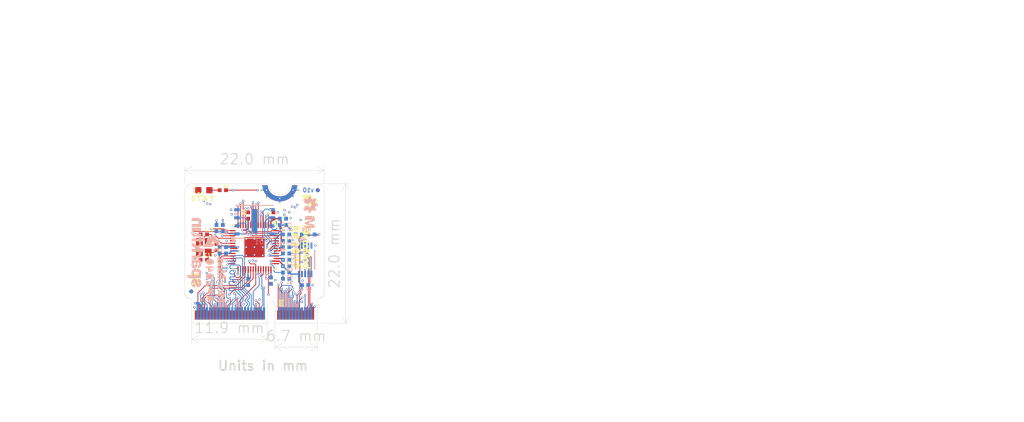
<source format=kicad_pcb>
(kicad_pcb (version 20211014) (generator pcbnew)
  (layers (0 "F.Cu" signal) (1 "In1.Cu" signal) (2 "In2.Cu" signal) (31 "B.Cu" signal) (34 "B.Paste" user) (35 "F.Paste" user) (36 "B.SilkS" user "B.Silkscreen") (37 "F.SilkS" user "F.Silkscreen") (38 "B.Mask" user) (39 "F.Mask" user) (44 "Edge.Cuts" user))
  (net 0 "")
  (net 1 "GND")
  (net 2 "~{RESET}")
  (net 3 "BOOT")
  (net 4 "SWDIO")
  (net 5 "SWDCK")
  (net 6 "SPI_SCK/G6")
  (net 7 "SPI_COPI/G7")
  (net 8 "SPI_SCK1/SDIO_CLK")
  (net 9 "RX1")
  (net 10 "I2C_~{INT}/TX2")
  (net 11 "SCL")
  (net 12 "SDA")
  (net 13 "SPI_CIPO1/SDIO_DAT0")
  (net 14 "SPI_COPI1/SDIO_CMD")
  (net 15 "SPI_~{CS1}/SDIO_DAT3/RX2")
  (net 16 "BATT_VIN/3")
  (net 17 "A0")
  (net 18 "A1")
  (net 19 "D0")
  (net 20 "D1")
  (net 21 "PWM0")
  (net 22 "PWM1/AUD_MCLK")
  (net 23 "LED_BUILTIN/G10")
  (net 24 "SDIO_DAT1/AUD_IN")
  (net 25 "SDIO_DAT2/AUD_OUT")
  (net 26 "SPI_CIPO/G4")
  (net 27 "CTS1/AUD_LRCLK")
  (net 28 "RTS1/AUD_BCLK")
  (net 29 "N$2")
  (net 30 "USB_D-")
  (net 31 "USB_D+")
  (net 32 "SPI_~{CS}/G5")
  (net 33 "G1")
  (net 34 "G3")
  (net 35 "G2")
  (net 36 "G0")
  (net 37 "3.3V")
  (net 38 "QSPI-CS")
  (net 39 "QSPI-CLK")
  (net 40 "QSPI-0")
  (net 41 "QSPI-3")
  (net 42 "N$4")
  (net 43 "N$5")
  (net 44 "N$6")
  (net 45 "RP_D1-")
  (net 46 "RP_D1+")
  (net 47 "1.1V")
  (net 48 "ADC_VDD")
  (net 49 "QSPI-1")
  (net 50 "QSPI-2")
  (net 51 "TX1")
  (net 52 "USBHOST_D-")
  (net 53 "USBHOST_D+")
  (net 54 "RP_D+")
  (net 55 "RP_D-")
  (net 56 "USB_VIN")
  (net 57 "USB_MUX_SIG")
  (net 58 "G9")
  (footprint "boardEagle:LED-0603" (layer "F.Cu") (at 140.5011 95.0034 180)
    (fp_text reference "D2")
    (fp_text value "BLUE")
  )
  (footprint "boardEagle:STAT0" (layer "F.Cu") (at 137.8821 96.3184)
    (fp_text reference "U$11" hide)
    (fp_text value "" hide)
  )
  (footprint "boardEagle:SFE_LOGO_FLAME_.1" (layer "F.Cu") (at 157.1861 96.5724 -90)
    (fp_text reference "LOGO2" hide)
    (fp_text value "SFE_LOGO_FLAME.1_INCH" hide)
  )
  (footprint "boardEagle:0402-TIGHT" (layer "F.Cu") (at 143.5011 95.0034)
    (fp_text reference "R1")
    (fp_text value "1k")
  )
  (footprint "boardEagle:M.2-CARD-E-22" (layer "F.Cu") (at 148.5011 116.0034)
    (fp_text reference "J1" hide)
    (fp_text value "MICROMOD-2222" hide)
  )
  (footprint "boardEagle:FIDUCIAL-MICRO" (layer "F.Cu") (at 158.5011 95.0034)
    (fp_text reference "FD2" hide)
    (fp_text value "FIDUCIALUFIDUCIAL" hide)
  )
  (footprint "boardEagle:0402-TIGHT" (layer "F.Cu") (at 151.5011 99.0034 90)
    (fp_text reference "C4")
    (fp_text value "2.2uF")
  )
  (footprint "boardEagle:QFN-56" (layer "F.Cu") (at 148.5011 104.0034 -90)
    (fp_text reference "U3")
    (fp_text value "RP2040")
  )
  (footprint "boardEagle:0402-TIGHT" (layer "F.Cu") (at 147.5011 99.0034 90)
    (fp_text reference "C6")
    (fp_text value "0.1uF")
  )
  (footprint "boardEagle:0402-TIGHT" (layer "F.Cu") (at 140.5011 102.0034)
    (fp_text reference "C13")
    (fp_text value "15pF")
  )
  (footprint "boardEagle:RP20400" (layer "F.Cu") (at 155.0271 104.0654 -90)
    (fp_text reference "U$9" hide)
    (fp_text value "" hide)
  )
  (footprint "boardEagle:FIDUCIAL-MICRO" (layer "F.Cu") (at 138.5011 111.0034)
    (fp_text reference "FD1" hide)
    (fp_text value "FIDUCIALUFIDUCIAL" hide)
  )
  (footprint "boardEagle:ORDERING_INSTRUCTIONS" (layer "F.Cu") (at 168.3911 65.2034)
    (fp_text reference "LOGO4" hide)
    (fp_text value "SPECIAL_INSTRUCTIONS-ORDERING" hide)
  )
  (footprint "boardEagle:0402-TIGHT" (layer "F.Cu") (at 140.5011 106.0034)
    (fp_text reference "C11")
    (fp_text value "15pF")
  )
  (footprint "boardEagle:0402-TIGHT" (layer "F.Cu") (at 142.5011 104.0034 90)
    (fp_text reference "R8")
    (fp_text value "1k")
  )
  (footprint "boardEagle:CREATIVE_COMMONS" (layer "F.Cu") (at 128.6111 131.2434)
    (fp_text reference "FRAME1" hide)
    (fp_text value "FRAME-LEDGER" hide)
  )
  (footprint "boardEagle:MICROMOD_LOGO_.3" (layer "F.Cu") (at 156.6781 103.9384 -90)
    (fp_text reference "U$12" hide)
    (fp_text value "" hide)
  )
  (footprint "boardEagle:CRYSTAL-SMD-2X2.5MM" (layer "F.Cu") (at 140.5011 104.0034 -90)
    (fp_text reference "Y1")
    (fp_text value "12MHz")
  )
  (footprint "boardEagle:MICROMOD_MI_LOGO_.35" (layer "F.Cu") (at 139.3111 109.0334 -90)
    (fp_text reference "U$1" hide)
    (fp_text value "" hide)
  )
  (footprint "boardEagle:SFE_LOGO_NAME_FLAME_.1" (layer "B.Cu") (at 139.2011 104.8034 90)
    (fp_text reference "LOGO1" hide)
    (fp_text value "SFE_LOGO_NAME_FLAME.1_INCH" hide)
  )
  (footprint "boardEagle:0402-TIGHT" (layer "B.Cu") (at 151.1011 109.3034 -90)
    (fp_text reference "C7")
    (fp_text value "0.1uF")
  )
  (footprint "boardEagle:0402-TIGHT" (layer "B.Cu") (at 153.5011 104.0034 180)
    (fp_text reference "R10")
    (fp_text value "27")
  )
  (footprint "boardEagle:0402-TIGHT" (layer "B.Cu") (at 142.5011 101.0034 90)
    (fp_text reference "R4")
    (fp_text value "10k")
  )
  (footprint "boardEagle:0402-TIGHT" (layer "B.Cu") (at 153.5011 102.0034)
    (fp_text reference "C3")
    (fp_text value "2.2uF")
  )
  (footprint "boardEagle:0402-TIGHT" (layer "B.Cu") (at 153.5011 105.0034 180)
    (fp_text reference "R11")
    (fp_text value "27")
  )
  (footprint "boardEagle:0402-TIGHT" (layer "B.Cu") (at 143.5011 105.0034 180)
    (fp_text reference "C14")
    (fp_text value "0.1uF")
  )
  (footprint "boardEagle:0402-TIGHT" (layer "B.Cu") (at 153.5011 106.0034)
    (fp_text reference "C12")
    (fp_text value "0.1uF")
  )
  (footprint "boardEagle:RP20400" (layer "B.Cu") (at 141.4381 109.1454 90)
    (fp_text reference "U$4" hide)
    (fp_text value "" hide)
  )
  (footprint "boardEagle:0402-TIGHT" (layer "B.Cu") (at 143.5011 104.0034 180)
    (fp_text reference "C5")
    (fp_text value "0.1uF")
  )
  (footprint "boardEagle:0402-TIGHT" (layer "B.Cu") (at 153.5011 107.0034)
    (fp_text reference "C8")
    (fp_text value "0.1uF")
  )
  (footprint "boardEagle:0402-TIGHT" (layer "B.Cu") (at 153.5011 100.0034 90)
    (fp_text reference "C15")
    (fp_text value "2.2uF")
  )
  (footprint "boardEagle:0402-TIGHT" (layer "B.Cu") (at 152.5011 100.0034 90)
    (fp_text reference "C29")
    (fp_text value "0.1uF")
  )
  (footprint "boardEagle:0402-TIGHT" (layer "B.Cu") (at 153.5011 109.0034)
    (fp_text reference "C1")
    (fp_text value "2.2uF")
  )
  (footprint "boardEagle:0402-TIGHT" (layer "B.Cu") (at 153.5011 103.0034)
    (fp_text reference "C10")
    (fp_text value "0.1uF")
  )
  (footprint "boardEagle:0402-TIGHT" (layer "B.Cu") (at 143.5011 101.0034 90)
    (fp_text reference "R9")
    (fp_text value "1k")
  )
  (footprint "boardEagle:0402-TIGHT" (layer "B.Cu") (at 156.5011 110.0034)
    (fp_text reference "C2")
    (fp_text value "0.1uF")
  )
  (footprint "boardEagle:MICROMOD_LOGO_.3" (layer "B.Cu") (at 143.2161 109.2724 90)
    (fp_text reference "U$3" hide)
    (fp_text value "" hide)
  )
  (footprint "boardEagle:0402-TIGHT" (layer "B.Cu") (at 157.5011 102.0034 180)
    (fp_text reference "R18")
    (fp_text value "1k")
  )
  (footprint "boardEagle:FIDUCIAL-MICRO" (layer "B.Cu") (at 158.5011 95.0034 180)
    (fp_text reference "FD3" hide)
    (fp_text value "FIDUCIALUFIDUCIAL" hide)
  )
  (footprint "boardEagle:0402-TIGHT" (layer "B.Cu") (at 153.5011 108.0034)
    (fp_text reference "R2")
    (fp_text value "200OHM-0402T-1/16W-1%" hide)
  )
  (footprint "boardEagle:WSON-8-6X5-SKINNY_CENTERPAD" (layer "B.Cu") (at 148.5011 100.0034)
    (fp_text reference "U1")
    (fp_text value "W25QXX128MBIT")
  )
  (footprint "boardEagle:MICROMOD_MI_LOGO_.35" (layer "B.Cu") (at 157.2471 100.0484 90)
    (fp_text reference "U$7" hide)
    (fp_text value "" hide)
  )
  (footprint "boardEagle:MSOP10" (layer "B.Cu") (at 156.5011 106.0034 -90)
    (fp_text reference "U2")
    (fp_text value "FSUSB30MUX_MSOP10")
  )
  (footprint "boardEagle:FIDUCIAL-MICRO" (layer "B.Cu") (at 138.5011 111.0034 180)
    (fp_text reference "FD4" hide)
    (fp_text value "FIDUCIALUFIDUCIAL" hide)
  )
  (footprint "boardEagle:OSHW-LOGO-MINI" (layer "B.Cu") (at 157.2471 97.3024 90)
    (fp_text reference "LOGO3" hide)
    (fp_text value "OSHW-LOGOMINI" hide)
  )
  (footprint "boardEagle:0402-TIGHT" (layer "B.Cu") (at 147.5011 109.5034 -90)
    (fp_text reference "C9")
    (fp_text value "0.1uF")
  )
  (footprint "boardEagle:0402-TIGHT" (layer "B.Cu") (at 155.5011 102.0034)
    (fp_text reference "R5")
    (fp_text value "10k")
  )
  (gr_arc (start 138.1011 112.0034) (mid 138.434341 112.162446) (end 138.5761 112.503401) (layer "Edge.Cuts") (width 0.0508))
  (gr_line (start 158.4261 112.5034) (end 158.4261 116.0034) (layer "Edge.Cuts") (width 0.0508))
  (gr_line (start 150.5261 113.1034) (end 150.5261 116.0034) (layer "Edge.Cuts") (width 0.0508))
  (gr_line (start 151.7261 113.1034) (end 151.7261 116.0034) (layer "Edge.Cuts") (width 0.0508))
  (gr_arc (start 137.5011 95.0034) (mid 137.8011 94.303401) (end 138.501099 94.003401) (layer "Edge.Cuts") (width 0.05))
  (gr_line (start 138.5011 94.0034) (end 150.7511 94.0034) (layer "Edge.Cuts") (width 0.05))
  (gr_line (start 158.4261 116.0034) (end 151.7261 116.0034) (layer "Edge.Cuts") (width 0.0508))
  (gr_line (start 154.2511 94.0034) (end 158.5011 94.0034) (layer "Edge.Cuts") (width 0.05))
  (gr_arc (start 159.501099 111.403401) (mid 159.320461 111.822762) (end 158.9011 112.0034) (layer "Edge.Cuts") (width 0.05))
  (gr_arc (start 138.101098 112.0034) (mid 137.681737 111.822761) (end 137.5011 111.4034) (layer "Edge.Cuts") (width 0.05))
  (gr_arc (start 138.101098 112.0034) (mid 137.681737 111.822761) (end 137.5011 111.4034) (layer "Edge.Cuts") (width 0.05))
  (gr_arc (start 154.2511 94.0034) (mid 152.5011 95.7534) (end 150.7511 94.0034) (layer "Edge.Cuts") (width 0.05))
  (gr_line (start 137.5011 111.4034) (end 137.5011 95.0034) (layer "Edge.Cuts") (width 0.05))
  (gr_arc (start 150.5261 113.1034) (mid 151.1261 112.5034) (end 151.7261 113.1034) (layer "Edge.Cuts") (width 0.0508))
  (gr_arc (start 159.501099 111.403401) (mid 159.320461 111.822762) (end 158.9011 112.0034) (layer "Edge.Cuts") (width 0.05))
  (gr_line (start 159.5011 95.0034) (end 159.5011 111.4034) (layer "Edge.Cuts") (width 0.05))
  (gr_line (start 138.5761 116.0034) (end 138.5761 112.5034) (layer "Edge.Cuts") (width 0.0508))
  (gr_arc (start 158.4261 112.5034) (mid 158.566444 112.161102) (end 158.9011 112.0034) (layer "Edge.Cuts") (width 0.0508))
  (gr_line (start 150.5261 116.0034) (end 138.5761 116.0034) (layer "Edge.Cuts") (width 0.0508))
  (gr_arc (start 158.5011 94.0034) (mid 159.2011 94.3034) (end 159.5011 95.0034) (layer "Edge.Cuts") (width 0.05))
  (gr_text "v10" (at 157.0011 95.0034) (layer "B.Cu") (effects (font (size 0.6477 0.6477) (thickness 0.1143)) (justify mirror)))
  (gr_text "Units in mm" (at 142.5811 123.6234) (layer "Edge.Cuts") (effects (font (size 1.5113 1.5113) (thickness 0.2667)) (justify left bottom)))
  (dimension (type aligned) (layer "Edge.Cuts") (pts (xy 138.5761 116.0034) (xy 150.5261 116.0034)) (height 2.54) (gr_text "11.9 mm" (at 144.5511 116.7654) (layer "Edge.Cuts") (effects (font (size 1.63576 1.63576) (thickness 0.14224)))) (format (units 2) (units_format 1) (precision 1)) (style (thickness 0.05) (arrow_length 1.27) (text_position_mode 0) (extension_height 0.58642) (extension_offset 0) keep_text_aligned))
  (dimension (type aligned) (layer "Edge.Cuts") (pts (xy 151.7261 116.0034) (xy 158.4261 116.0034)) (height 3.81) (gr_text "6.7 mm" (at 155.0761 118.0354) (layer "Edge.Cuts") (effects (font (size 1.63576 1.63576) (thickness 0.14224)))) (format (units 2) (units_format 1) (precision 1)) (style (thickness 0.05) (arrow_length 1.27) (text_position_mode 0) (extension_height 0.58642) (extension_offset 0) keep_text_aligned))
  (dimension (type aligned) (layer "Edge.Cuts") (pts (xy 158.9636 116.0034) (xy 158.9636 94.0034)) (height 3.9375) (gr_text "22.0 mm" (at 161.1231 105.0034 90) (layer "Edge.Cuts") (effects (font (size 1.63576 1.63576) (thickness 0.14224)))) (format (units 2) (units_format 1) (precision 1)) (style (thickness 0.05) (arrow_length 1.27) (text_position_mode 0) (extension_height 0.58642) (extension_offset 0) keep_text_aligned))
  (dimension (type aligned) (layer "Edge.Cuts") (pts (xy 137.5011 94.0034) (xy 159.5011 94.0034)) (height -2.13) (gr_text "22.0 mm" (at 148.5011 90.0954) (layer "Edge.Cuts") (effects (font (size 1.63576 1.63576) (thickness 0.14224)))) (format (units 2) (units_format 1) (precision 1)) (style (thickness 0.05) (arrow_length 1.27) (text_position_mode 0) (extension_height 0.58642) (extension_offset 0) keep_text_aligned))
  (segment (start 157.7511 113.6534) (end 158.0011 113.4034) (width 0.3048) (layer "F.Cu") (net 1))
  (segment (start 157.7511 114.7284) (end 157.7511 113.6534) (width 0.3048) (layer "F.Cu") (net 1))
  (via (at 147.2011 105.3034) (size 0.3524) (drill 0.2) (layers "F.Cu" "B.Cu") (net 1))
  (via (at 154.3011 109.6034) (size 0.3524) (drill 0.2) (layers "F.Cu" "B.Cu") (net 1))
  (via (at 151.8011 109.2034) (size 0.3524) (drill 0.2) (layers "F.Cu" "B.Cu") (net 1))
  (via (at 154.6011 103.0034) (size 0.3524) (drill 0.2) (layers "F.Cu" "B.Cu") (net 1))
  (via (at 139.1011 106.0034) (size 0.3524) (drill 0.2) (layers "F.Cu" "B.Cu") (net 1))
  (via (at 142.3011 105.3034) (size 0.3524) (drill 0.2) (layers "F.Cu" "B.Cu") (net 1))
  (via (at 154.6011 107.0034) (size 0.3524) (drill 0.2) (layers "F.Cu" "B.Cu") (net 1))
  (via (at 147.5011 97.9034) (size 0.3524) (drill 0.2) (layers "F.Cu" "B.Cu") (net 1))
  (via (at 148.5011 102.7034) (size 0.3524) (drill 0.2) (layers "F.Cu" "B.Cu") (net 1))
  (via (at 146.8011 113.0034) (size 0.3524) (drill 0.2) (layers "F.Cu" "B.Cu") (net 1))
  (via (at 158.0011 113.4034) (size 0.3524) (drill 0.2) (layers "F.Cu" "B.Cu") (net 1))
  (via (at 144.1011 103.0034) (size 0.3524) (drill 0.2) (layers "F.Cu" "B.Cu") (net 1))
  (via (at 139.0011 113.5034) (size 0.3524) (drill 0.2) (layers "F.Cu" "B.Cu") (net 1))
  (via (at 154.6011 106.0034) (size 0.3524) (drill 0.2) (layers "F.Cu" "B.Cu") (net 1))
  (via (at 154.2011 99.4034) (size 0.3524) (drill 0.2) (layers "F.Cu" "B.Cu") (net 1))
  (via (at 156.1011 109.3034) (size 0.3524) (drill 0.2) (layers "F.Cu" "B.Cu") (net 1))
  (via (at 157.7011 110.0034) (size 0.3524) (drill 0.2) (layers "F.Cu" "B.Cu") (net 1))
  (via (at 147.2011 104.0034) (size 0.3524) (drill 0.2) (layers "F.Cu" "B.Cu") (net 1))
  (via (at 149.8011 104.0034) (size 0.3524) (drill 0.2) (layers "F.Cu" "B.Cu") (net 1))
  (via (at 149.8011 105.3034) (size 0.3524) (drill 0.2) (layers "F.Cu" "B.Cu") (net 1))
  (via (at 152.2011 98.5034) (size 0.3524) (drill 0.2) (layers "F.Cu" "B.Cu") (net 1))
  (via (at 148.5011 104.0034) (size 0.3524) (drill 0.2) (layers "F.Cu" "B.Cu") (net 1))
  (via (at 158.1331 103.7484) (size 0.3524) (drill 0.2) (layers "F.Cu" "B.Cu") (net 1))
  (via (at 139.2011 102.0034) (size 0.3524) (drill 0.2) (layers "F.Cu" "B.Cu") (net 1))
  (via (at 155.0011 101.2034) (size 0.3524) (drill 0.2) (layers "F.Cu" "B.Cu") (net 1))
  (via (at 155.9741 112.6384) (size 0.3524) (drill 0.2) (layers "F.Cu" "B.Cu") (net 1))
  (via (at 149.7011 102.9034) (size 0.3524) (drill 0.2) (layers "F.Cu" "B.Cu") (net 1))
  (via (at 144.8011 98.1034) (size 0.3524) (drill 0.2) (layers "F.Cu" "B.Cu") (net 1))
  (via (at 149.3011 112.3034) (size 0.3524) (drill 0.2) (layers "F.Cu" "B.Cu") (net 1))
  (via (at 148.5011 105.2034) (size 0.3524) (drill 0.2) (layers "F.Cu" "B.Cu") (net 1))
  (via (at 147.2011 102.7034) (size 0.3524) (drill 0.2) (layers "F.Cu" "B.Cu") (net 1))
  (segment (start 145.0646 105.8034) (end 143.5011 105.8034) (width 0.127) (layer "F.Cu") (net 2))
  (via (at 143.5011 105.8034) (size 0.3524) (drill 0.2) (layers "F.Cu" "B.Cu") (net 2))
  (via (at 156.5011 111.6064) (size 0.3524) (drill 0.2) (layers "F.Cu" "B.Cu") (net 2))
  (via (at 156.5011 106.0034) (size 0.3524) (drill 0.2) (layers "F.Cu" "B.Cu") (net 2))
  (segment (start 156.5011 114.4784) (end 156.5011 111.6064) (width 0.127) (layer "B.Cu") (net 2))
  (segment (start 155.5225 111.322375) (end 155.5225 111.2064) (width 0.127) (layer "F.Cu") (net 3))
  (segment (start 155.2511 114.7284) (end 155.2511 111.593775) (width 0.127) (layer "F.Cu") (net 3))
  (segment (start 155.5225 111.322375) (end 155.2511 111.593775) (width 0.127) (layer "F.Cu") (net 3))
  (via (at 155.5225 111.2064) (size 0.3524) (drill 0.2) (layers "F.Cu" "B.Cu") (net 3))
  (via (at 155.8011 99.7034) (size 0.3524) (drill 0.2) (layers "F.Cu" "B.Cu") (net 3))
  (via (at 143.5011 99.7034) (size 0.3524) (drill 0.2) (layers "F.Cu" "B.Cu") (net 3))
  (segment (start 143.5011 99.7034) (end 143.5011 100.5034) (width 0.127) (layer "B.Cu") (net 3))
  (segment (start 152.2511 114.7284) (end 152.2511 110.0121) (width 0.127) (layer "F.Cu") (net 4))
  (segment (start 143.8424 108.691582) (end 143.1598 108.008982) (width 0.127) (layer "F.Cu") (net 4))
  (segment (start 143.8424 108.691582) (end 143.8424 109.491582) (width 0.127) (layer "F.Cu") (net 4))
  (segment (start 143.4011 105.4034) (end 143.1598 105.6447) (width 0.127) (layer "F.Cu") (net 4))
  (segment (start 143.1598 105.6447) (end 143.1598 108.008982) (width 0.127) (layer "F.Cu") (net 4))
  (segment (start 152.2511 110.0121) (end 152.3011 109.9621) (width 0.127) (layer "F.Cu") (net 4))
  (segment (start 145.0646 105.4034) (end 143.4011 105.4034) (width 0.127) (layer "F.Cu") (net 4))
  (via (at 152.3011 109.9621) (size 0.3524) (drill 0.2) (layers "F.Cu" "B.Cu") (net 4))
  (via (at 143.8424 109.491582) (size 0.3524) (drill 0.2) (layers "F.Cu" "B.Cu") (net 4))
  (segment (start 143.3424 108.6034) (end 142.9312 108.1922) (width 0.127) (layer "F.Cu") (net 5))
  (segment (start 152.7511 114.7284) (end 152.7511 111.004375) (width 0.127) (layer "F.Cu") (net 5))
  (segment (start 152.7511 109.6534) (end 152.8011 109.6034) (width 0.127) (layer "F.Cu") (net 5))
  (segment (start 152.7511 110.202425) (end 152.7511 109.6534) (width 0.127) (layer "F.Cu") (net 5))
  (segment (start 143.3424 109.1034) (end 143.3424 108.6034) (width 0.127) (layer "F.Cu") (net 5))
  (segment (start 142.9312 108.1922) (end 142.9312 105.3733) (width 0.127) (layer "F.Cu") (net 5))
  (segment (start 152.7511 111.004375) (end 152.4915 110.744775) (width 0.127) (layer "F.Cu") (net 5))
  (segment (start 143.3011 105.0034) (end 142.9312 105.3733) (width 0.127) (layer "F.Cu") (net 5))
  (segment (start 152.4915 110.744775) (end 152.4915 110.462025) (width 0.127) (layer "F.Cu") (net 5))
  (segment (start 145.0646 105.0034) (end 143.3011 105.0034) (width 0.127) (layer "F.Cu") (net 5))
  (segment (start 152.4915 110.462025) (end 152.7511 110.202425) (width 0.127) (layer "F.Cu") (net 5))
  (via (at 143.3424 109.1034) (size 0.3524) (drill 0.2) (layers "F.Cu" "B.Cu") (net 5))
  (via (at 152.8011 109.6034) (size 0.3524) (drill 0.2) (layers "F.Cu" "B.Cu") (net 5))
  (segment (start 143.8011 110.491469) (end 141.481975 110.491469) (width 0.127) (layer "F.Cu") (net 6))
  (segment (start 141.3011 111.1034) (end 141.3011 110.672344) (width 0.127) (layer "F.Cu") (net 6))
  (segment (start 144.579606 110.4034) (end 146.4011 110.4034) (width 0.127) (layer "F.Cu") (net 6))
  (segment (start 144.491537 110.491469) (end 143.8011 110.491469) (width 0.127) (layer "F.Cu") (net 6))
  (segment (start 141.3011 110.672344) (end 141.481975 110.491469) (width 0.127) (layer "F.Cu") (net 6))
  (segment (start 140.2511 112.022344) (end 140.970043 111.3034) (width 0.127) (layer "F.Cu") (net 6))
  (segment (start 141.1011 111.3034) (end 141.3011 111.1034) (width 0.127) (layer "F.Cu") (net 6))
  (segment (start 143.7511 110.541469) (end 143.8011 110.491469) (width 0.127) (layer "F.Cu") (net 6))
  (segment (start 143.7511 114.7284) (end 143.7511 110.541469) (width 0.127) (layer "F.Cu") (net 6))
  (segment (start 147.9011 107.4399) (end 147.9011 108.9034) (width 0.127) (layer "F.Cu") (net 6))
  (segment (start 140.2511 114.7284) (end 140.2511 112.022344) (width 0.127) (layer "F.Cu") (net 6))
  (segment (start 140.970043 111.3034) (end 141.1011 111.3034) (width 0.127) (layer "F.Cu") (net 6))
  (segment (start 146.4011 110.4034) (end 147.9011 108.9034) (width 0.127) (layer "F.Cu") (net 6))
  (segment (start 144.579606 110.4034) (end 144.491537 110.491469) (width 0.127) (layer "F.Cu") (net 6))
  (segment (start 148.3011 107.4399) (end 148.3011 108.934457) (width 0.127) (layer "F.Cu") (net 7))
  (segment (start 140.651837 112.052663) (end 141.0836 111.6209) (width 0.127) (layer "F.Cu") (net 7))
  (segment (start 143.2511 111.8534) (end 143.3011 111.8034) (width 0.127) (layer "F.Cu") (net 7))
  (segment (start 141.0836 111.6209) (end 142.258162 111.6209) (width 0.127) (layer "F.Cu") (net 7))
  (segment (start 146.527356 110.7082) (end 145.305862 110.7082) (width 0.127) (layer "F.Cu") (net 7))
  (segment (start 142.293162 111.5859) (end 142.639037 111.5859) (width 0.127) (layer "F.Cu") (net 7))
  (segment (start 145.305862 110.7082) (end 144.510662 111.5034) (width 0.127) (layer "F.Cu") (net 7))
  (segment (start 140.651837 113.798538) (end 140.651837 112.052663) (width 0.127) (layer "F.Cu") (net 7))
  (segment (start 142.258162 111.6209) (end 142.293162 111.5859) (width 0.127) (layer "F.Cu") (net 7))
  (segment (start 142.639037 111.5859) (end 142.856537 111.8034) (width 0.127) (layer "F.Cu") (net 7))
  (segment (start 140.7511 113.8978) (end 140.651837 113.798538) (width 0.127) (layer "F.Cu") (net 7))
  (segment (start 144.5011 111.5034) (end 144.510662 111.5034) (width 0.127) (layer "F.Cu") (net 7))
  (segment (start 142.856537 111.8034) (end 143.3011 111.8034) (width 0.127) (layer "F.Cu") (net 7))
  (segment (start 140.7511 114.7284) (end 140.7511 113.8978) (width 0.127) (layer "F.Cu") (net 7))
  (segment (start 143.2511 114.7284) (end 143.2511 111.8534) (width 0.127) (layer "F.Cu") (net 7))
  (segment (start 148.3011 108.934457) (end 146.527356 110.7082) (width 0.127) (layer "F.Cu") (net 7))
  (via (at 144.5011 111.5034) (size 0.3524) (drill 0.2) (layers "F.Cu" "B.Cu") (net 7))
  (via (at 143.3011 111.8034) (size 0.3524) (drill 0.2) (layers "F.Cu" "B.Cu") (net 7))
  (segment (start 145.0646 102.2034) (end 143.4011 102.2034) (width 0.127) (layer "F.Cu") (net 8))
  (via (at 143.1138 111.3034) (size 0.3524) (drill 0.2) (layers "F.Cu" "B.Cu") (net 8))
  (via (at 143.4011 102.2034) (size 0.3524) (drill 0.2) (layers "F.Cu" "B.Cu") (net 8))
  (segment (start 142.8836 111.976338) (end 142.8836 111.630463) (width 0.127) (layer "B.Cu") (net 8))
  (segment (start 143.0011 112.093838) (end 142.8836 111.976338) (width 0.127) (layer "B.Cu") (net 8))
  (segment (start 143.1138 111.400263) (end 143.1138 111.3034) (width 0.127) (layer "B.Cu") (net 8))
  (segment (start 142.8836 111.630463) (end 143.1138 111.400263) (width 0.127) (layer "B.Cu") (net 8))
  (segment (start 143.0011 114.4784) (end 143.0011 112.093838) (width 0.127) (layer "B.Cu") (net 8))
  (segment (start 153.2511 114.7284) (end 153.2511 111.0754) (width 0.127) (layer "F.Cu") (net 9))
  (segment (start 150.3011 99.120725) (end 150.359762 99.062063) (width 0.127) (layer "F.Cu") (net 9))
  (segment (start 150.3011 100.5669) (end 150.3011 99.120725) (width 0.127) (layer "F.Cu") (net 9))
  (segment (start 153.2511 111.0754) (end 153.1741 110.9984) (width 0.127) (layer "F.Cu") (net 9))
  (via (at 153.2011 98.9034) (size 0.3524) (drill 0.2) (layers "F.Cu" "B.Cu") (net 9))
  (via (at 153.1741 110.9984) (size 0.3524) (drill 0.2) (layers "F.Cu" "B.Cu") (net 9))
  (via (at 150.359762 99.062063) (size 0.3524) (drill 0.2) (layers "F.Cu" "B.Cu") (net 9))
  (segment (start 147.1011 99.936888) (end 147.036 99.871788) (width 0.127) (layer "F.Cu") (net 10))
  (segment (start 147.036 97.9098) (end 147.0424 97.9034) (width 0.127) (layer "F.Cu") (net 10))
  (segment (start 147.1011 100.5669) (end 147.1011 99.936888) (width 0.127) (layer "F.Cu") (net 10))
  (segment (start 147.036 99.871788) (end 147.036 97.9098) (width 0.127) (layer "F.Cu") (net 10))
  (via (at 154.5026 110.598932) (size 0.3524) (drill 0.2) (layers "F.Cu" "B.Cu") (net 10))
  (via (at 154.4645 97.6034) (size 0.3524) (drill 0.2) (layers "F.Cu" "B.Cu") (net 10))
  (via (at 147.0424 97.9034) (size 0.3524) (drill 0.2) (layers "F.Cu" "B.Cu") (net 10))
  (segment (start 154.5377 110.299) (end 154.5377 110.563832) (width 0.127) (layer "B.Cu") (net 10))
  (segment (start 153.9598 111.141732) (end 154.5026 110.598932) (width 0.127) (layer "B.Cu") (net 10))
  (segment (start 154.0011 111.986075) (end 153.9598 111.944775) (width 0.127) (layer "B.Cu") (net 10))
  (segment (start 152.5011 114.4784) (end 152.5011 110.754375) (width 0.127) (layer "B.Cu") (net 10))
  (segment (start 153.9598 111.944775) (end 153.9598 111.141732) (width 0.127) (layer "B.Cu") (net 10))
  (segment (start 152.4915 110.462025) (end 152.900125 110.0534) (width 0.127) (layer "B.Cu") (net 10))
  (segment (start 152.4915 110.744775) (end 152.4915 110.462025) (width 0.127) (layer "B.Cu") (net 10))
  (segment (start 152.5011 110.754375) (end 152.4915 110.744775) (width 0.127) (layer "B.Cu") (net 10))
  (segment (start 154.0011 114.4784) (end 154.0011 111.986075) (width 0.127) (layer "B.Cu") (net 10))
  (segment (start 152.900125 110.0534) (end 154.2921 110.0534) (width 0.127) (layer "B.Cu") (net 10))
  (segment (start 154.2921 110.0534) (end 154.5377 110.299) (width 0.127) (layer "B.Cu") (net 10))
  (segment (start 154.5377 110.563832) (end 154.5026 110.598932) (width 0.127) (layer "B.Cu") (net 10))
  (segment (start 148.7011 100.5669) (end 148.7011 97.3447) (width 0.127) (layer "F.Cu") (net 11))
  (segment (start 148.7011 97.3447) (end 148.7424 97.3034) (width 0.127) (layer "F.Cu") (net 11))
  (via (at 154.6288 111.0444) (size 0.3524) (drill 0.2) (layers "F.Cu" "B.Cu") (net 11))
  (via (at 154.9185 97.7034) (size 0.3524) (drill 0.2) (layers "F.Cu" "B.Cu") (net 11))
  (via (at 148.7424 97.3034) (size 0.3524) (drill 0.2) (layers "F.Cu" "B.Cu") (net 11))
  (segment (start 154.5011 111.1721) (end 154.6288 111.0444) (width 0.127) (layer "B.Cu") (net 11))
  (segment (start 154.6424 111.662025) (end 154.5011 111.520725) (width 0.127) (layer "B.Cu") (net 11))
  (segment (start 154.5011 114.4784) (end 154.5011 112.086075) (width 0.127) (layer "B.Cu") (net 11))
  (segment (start 154.5011 111.520725) (end 154.5011 111.1721) (width 0.127) (layer "B.Cu") (net 11))
  (segment (start 154.5011 112.086075) (end 154.6424 111.944775) (width 0.127) (layer "B.Cu") (net 11))
  (segment (start 154.6424 111.944775) (end 154.6424 111.662025) (width 0.127) (layer "B.Cu") (net 11))
  (segment (start 149.1011 97.0034) (end 149.1011 100.5669) (width 0.127) (layer "F.Cu") (net 12))
  (via (at 154.9558 111.4064) (size 0.3524) (drill 0.2) (layers "F.Cu" "B.Cu") (net 12))
  (via (at 155.2598 97.3447) (size 0.3524) (drill 0.2) (layers "F.Cu" "B.Cu") (net 12))
  (via (at 149.1011 97.0034) (size 0.3524) (drill 0.2) (layers "F.Cu" "B.Cu") (net 12))
  (segment (start 155.0011 114.4784) (end 155.0011 112.943075) (width 0.127) (layer "B.Cu") (net 12))
  (segment (start 155.2424 111.693) (end 154.9558 111.4064) (width 0.127) (layer "B.Cu") (net 12))
  (segment (start 155.0011 112.943075) (end 155.2424 112.701775) (width 0.127) (layer "B.Cu") (net 12))
  (segment (start 155.2424 112.701775) (end 155.2424 111.693) (width 0.127) (layer "B.Cu") (net 12))
  (segment (start 145.0646 101.4034) (end 144.0011 101.4034) (width 0.127) (layer "F.Cu") (net 13))
  (segment (start 144.0011 101.4034) (end 143.7011 101.1034) (width 0.127) (layer "F.Cu") (net 13))
  (segment (start 143.7011 101.1034) (end 141.7011 101.1034) (width 0.127) (layer "F.Cu") (net 13))
  (via (at 141.7011 101.1034) (size 0.3524) (drill 0.2) (layers "F.Cu" "B.Cu") (net 13))
  (via (at 141.8011 109.3034) (size 0.3524) (drill 0.2) (layers "F.Cu" "B.Cu") (net 13))
  (segment (start 142.0011 113.186075) (end 141.82 113.004975) (width 0.127) (layer "B.Cu") (net 13))
  (segment (start 142.0011 114.4784) (end 142.0011 113.186075) (width 0.127) (layer "B.Cu") (net 13))
  (segment (start 141.82 109.3223) (end 141.8011 109.3034) (width 0.127) (layer "B.Cu") (net 13))
  (segment (start 141.82 113.004975) (end 141.82 109.3223) (width 0.127) (layer "B.Cu") (net 13))
  (segment (start 142.759043 102.6034) (end 142.2598 102.104157) (width 0.127) (layer "F.Cu") (net 14))
  (segment (start 145.0646 102.6034) (end 142.759043 102.6034) (width 0.127) (layer "F.Cu") (net 14))
  (via (at 141.9598 108.7034) (size 0.3524) (drill 0.2) (layers "F.Cu" "B.Cu") (net 14))
  (via (at 142.2598 102.104157) (size 0.3524) (drill 0.2) (layers "F.Cu" "B.Cu") (net 14))
  (segment (start 142.1424 111.736663) (end 142.1424 108.886) (width 0.127) (layer "B.Cu") (net 14))
  (segment (start 142.0486 112.2509) (end 142.0486 111.830463) (width 0.127) (layer "B.Cu") (net 14))
  (segment (start 142.1424 108.886) (end 141.9598 108.7034) (width 0.127) (layer "B.Cu") (net 14))
  (segment (start 142.6424 112.8447) (end 142.0486 112.2509) (width 0.127) (layer "B.Cu") (net 14))
  (segment (start 142.5011 113.286075) (end 142.6424 113.144775) (width 0.127) (layer "B.Cu") (net 14))
  (segment (start 142.0486 111.830463) (end 142.1424 111.736663) (width 0.127) (layer "B.Cu") (net 14))
  (segment (start 142.6424 113.144775) (end 142.6424 112.8447) (width 0.127) (layer "B.Cu") (net 14))
  (segment (start 142.5011 114.4784) (end 142.5011 113.286075) (width 0.127) (layer "B.Cu") (net 14))
  (segment (start 146.7011 100.5669) (end 146.7011 96.7034) (width 0.127) (layer "F.Cu") (net 15))
  (via (at 140.5011 96.7034) (size 0.3524) (drill 0.2) (layers "F.Cu" "B.Cu") (net 15))
  (via (at 146.7011 96.7034) (size 0.3524) (drill 0.2) (layers "F.Cu" "B.Cu") (net 15))
  (via (at 140.0011 111.4034) (size 0.3524) (drill 0.2) (layers "F.Cu" "B.Cu") (net 15))
  (via (at 152.8328 110.6034) (size 0.3524) (drill 0.2) (layers "F.Cu" "B.Cu") (net 15))
  (segment (start 140.5011 113.0784) (end 140.0011 112.5784) (width 0.127) (layer "B.Cu") (net 15))
  (segment (start 152.8328 111.139775) (end 152.8328 110.6034) (width 0.127) (layer "B.Cu") (net 15))
  (segment (start 153.0011 114.4784) (end 153.0011 111.308075) (width 0.127) (layer "B.Cu") (net 15))
  (segment (start 140.5011 114.4784) (end 140.5011 113.0784) (width 0.127) (layer "B.Cu") (net 15))
  (segment (start 153.0011 111.308075) (end 152.8328 111.139775) (width 0.127) (layer "B.Cu") (net 15))
  (segment (start 140.0011 112.5784) (end 140.0011 111.4034) (width 0.127) (layer "B.Cu") (net 15))
  (segment (start 145.7511 112.2122) (end 145.9424 112.0209) (width 0.127) (layer "F.Cu") (net 16))
  (segment (start 150.7011 107.4399) (end 150.7011 111.5034) (width 0.127) (layer "F.Cu") (net 16))
  (segment (start 145.7511 114.7284) (end 145.7511 112.2122) (width 0.127) (layer "F.Cu") (net 16))
  (via (at 145.9424 112.0209) (size 0.3524) (drill 0.2) (layers "F.Cu" "B.Cu") (net 16))
  (via (at 150.7011 111.5034) (size 0.3524) (drill 0.2) (layers "F.Cu" "B.Cu") (net 16))
  (segment (start 149.5011 107.4399) (end 149.5011 108.2034) (width 0.127) (layer "F.Cu") (net 17))
  (via (at 149.5011 108.2034) (size 0.3524) (drill 0.2) (layers "F.Cu" "B.Cu") (net 17))
  (segment (start 149.7725 113.232) (end 149.7725 110.657475) (width 0.127) (layer "B.Cu") (net 17))
  (segment (start 149.5011 113.5034) (end 149.7725 113.232) (width 0.127) (layer "B.Cu") (net 17))
  (segment (start 149.6598 108.3621) (end 149.5011 108.2034) (width 0.127) (layer "B.Cu") (net 17))
  (segment (start 149.7725 110.657475) (end 149.6598 110.544775) (width 0.127) (layer "B.Cu") (net 17))
  (segment (start 149.5011 114.4784) (end 149.5011 113.5034) (width 0.127) (layer "B.Cu") (net 17))
  (segment (start 149.6598 110.544775) (end 149.6598 108.3621) (width 0.127) (layer "B.Cu") (net 17))
  (segment (start 149.642475 108.5447) (end 149.4185 108.5447) (width 0.127) (layer "F.Cu") (net 18))
  (segment (start 149.4185 108.5447) (end 149.2598 108.7034) (width 0.127) (layer "F.Cu") (net 18))
  (segment (start 149.9011 107.4399) (end 149.9011 108.286075) (width 0.127) (layer "F.Cu") (net 18))
  (segment (start 149.9011 108.286075) (end 149.642475 108.5447) (width 0.127) (layer "F.Cu") (net 18))
  (via (at 149.2598 108.7034) (size 0.3524) (drill 0.2) (layers "F.Cu" "B.Cu") (net 18))
  (segment (start 148.5011 113.266975) (end 148.5011 114.4784) (width 0.127) (layer "B.Cu") (net 18))
  (segment (start 149.2598 108.7034) (end 149.2598 110.0447) (width 0.127) (layer "B.Cu") (net 18))
  (segment (start 148.3059 110.9986) (end 148.3059 113.071775) (width 0.127) (layer "B.Cu") (net 18))
  (segment (start 149.2598 110.0447) (end 148.3059 110.9986) (width 0.127) (layer "B.Cu") (net 18))
  (segment (start 148.3059 113.071775) (end 148.5011 113.266975) (width 0.127) (layer "B.Cu") (net 18))
  (segment (start 148.259762 97.495969) (end 148.259762 96.962063) (width 0.127) (layer "F.Cu") (net 19))
  (segment (start 148.3011 97.537307) (end 148.259762 97.495969) (width 0.127) (layer "F.Cu") (net 19))
  (segment (start 148.3011 100.5669) (end 148.3011 97.537307) (width 0.127) (layer "F.Cu") (net 19))
  (via (at 157.3011 97.0034) (size 0.3524) (drill 0.2) (layers "F.Cu" "B.Cu") (net 19))
  (via (at 156.0575 112.0064) (size 0.3524) (drill 0.2) (layers "F.Cu" "B.Cu") (net 19))
  (via (at 148.259762 96.962063) (size 0.3524) (drill 0.2) (layers "F.Cu" "B.Cu") (net 19))
  (segment (start 156.0575 112.0064) (end 155.5011 112.5628) (width 0.127) (layer "B.Cu") (net 19))
  (segment (start 155.5011 114.4784) (end 155.5011 112.5628) (width 0.127) (layer "B.Cu") (net 19))
  (segment (start 147.9011 100.0034) (end 148.0725 99.832) (width 0.127) (layer "F.Cu") (net 20))
  (segment (start 148.0725 97.781932) (end 147.9598 97.669232) (width 0.127) (layer "F.Cu") (net 20))
  (segment (start 148.0725 99.832) (end 148.0725 97.781932) (width 0.127) (layer "F.Cu") (net 20))
  (segment (start 147.9011 100.5669) (end 147.9011 100.0034) (width 0.127) (layer "F.Cu") (net 20))
  (via (at 147.9598 97.669232) (size 0.3524) (drill 0.2) (layers "F.Cu" "B.Cu") (net 20))
  (via (at 153.5964 110.7254) (size 0.3524) (drill 0.2) (layers "F.Cu" "B.Cu") (net 20))
  (via (at 153.261771 98.142729) (size 0.3524) (drill 0.2) (layers "F.Cu" "B.Cu") (net 20))
  (segment (start 153.5011 111.154075) (end 153.5154 111.139775) (width 0.127) (layer "B.Cu") (net 20))
  (segment (start 153.5011 114.4784) (end 153.5011 111.154075) (width 0.127) (layer "B.Cu") (net 20))
  (segment (start 153.5154 110.8064) (end 153.5964 110.7254) (width 0.127) (layer "B.Cu") (net 20))
  (segment (start 153.5154 111.139775) (end 153.5154 110.8064) (width 0.127) (layer "B.Cu") (net 20))
  (segment (start 143.934587 101.8034) (end 145.0646 101.8034) (width 0.127) (layer "F.Cu") (net 21))
  (segment (start 138.7011 101.8034) (end 138.7011 101.669913) (width 0.127) (layer "F.Cu") (net 21))
  (segment (start 143.669487 101.5383) (end 143.934587 101.8034) (width 0.127) (layer "F.Cu") (net 21))
  (segment (start 138.832712 101.5383) (end 143.669487 101.5383) (width 0.127) (layer "F.Cu") (net 21))
  (segment (start 138.832712 101.5383) (end 138.7011 101.669913) (width 0.127) (layer "F.Cu") (net 21))
  (via (at 138.7011 109.8034) (size 0.3524) (drill 0.2) (layers "F.Cu" "B.Cu") (net 21))
  (via (at 138.7011 101.8034) (size 0.3524) (drill 0.2) (layers "F.Cu" "B.Cu") (net 21))
  (via (at 150.0011 110.4034) (size 0.3524) (drill 0.2) (layers "F.Cu" "B.Cu") (net 21))
  (segment (start 150.0011 114.4784) (end 150.0011 110.4034) (width 0.127) (layer "B.Cu") (net 21))
  (segment (start 148.5424 106.6447) (end 148.7011 106.8034) (width 0.127) (layer "F.Cu") (net 22))
  (segment (start 146.2511 112.346569) (end 148.7011 109.896569) (width 0.127) (layer "F.Cu") (net 22))
  (segment (start 148.7011 109.896569) (end 148.7011 107.4399) (width 0.127) (layer "F.Cu") (net 22))
  (segment (start 146.2511 114.7284) (end 146.2511 112.346569) (width 0.127) (layer "F.Cu") (net 22))
  (segment (start 148.7011 106.8034) (end 148.7011 107.4399) (width 0.127) (layer "F.Cu") (net 22))
  (segment (start 147.905725 106.6447) (end 147.7011 106.440075) (width 0.127) (layer "F.Cu") (net 22))
  (segment (start 147.7011 106.2034) (end 147.7011 106.440075) (width 0.127) (layer "F.Cu") (net 22))
  (segment (start 147.905725 106.6447) (end 148.5424 106.6447) (width 0.127) (layer "F.Cu") (net 22))
  (via (at 147.7011 106.2034) (size 0.3524) (drill 0.2) (layers "F.Cu" "B.Cu") (net 22))
  (via (at 144.2011 107.3034) (size 0.3524) (drill 0.2) (layers "F.Cu" "B.Cu") (net 22))
  (segment (start 143.0598 109.330463) (end 142.9598 109.230463) (width 0.127) (layer "B.Cu") (net 22))
  (segment (start 142.9598 109.230463) (end 142.9598 107.9447) (width 0.127) (layer "B.Cu") (net 22))
  (segment (start 142.9011 109.835038) (end 143.0598 109.676338) (width 0.127) (layer "B.Cu") (net 22))
  (segment (start 142.9598 107.9447) (end 143.6011 107.3034) (width 0.127) (layer "B.Cu") (net 22))
  (segment (start 142.9011 110.3127) (end 142.9011 109.835038) (width 0.127) (layer "B.Cu") (net 22))
  (segment (start 143.6011 107.3034) (end 144.2011 107.3034) (width 0.127) (layer "B.Cu") (net 22))
  (segment (start 143.7186 111.976338) (end 143.7186 111.1302) (width 0.127) (layer "B.Cu") (net 22))
  (segment (start 143.5011 114.4784) (end 143.5011 112.193838) (width 0.127) (layer "B.Cu") (net 22))
  (segment (start 143.7186 111.1302) (end 142.9011 110.3127) (width 0.127) (layer "B.Cu") (net 22))
  (segment (start 143.0598 109.676338) (end 143.0598 109.330463) (width 0.127) (layer "B.Cu") (net 22))
  (segment (start 143.5011 112.193838) (end 143.7186 111.976338) (width 0.127) (layer "B.Cu") (net 22))
  (segment (start 149.1011 107.4399) (end 149.1011 108.1907) (width 0.127) (layer "F.Cu") (net 23))
  (segment (start 145.1011 95.0034) (end 144.0011 95.0034) (width 0.127) (layer "F.Cu") (net 23))
  (segment (start 142.2511 113.0534) (end 142.3011 113.0034) (width 0.127) (layer "F.Cu") (net 23))
  (segment (start 142.2511 114.7284) (end 142.2511 113.0534) (width 0.127) (layer "F.Cu") (net 23))
  (segment (start 149.1011 108.1907) (end 149.0424 108.2494) (width 0.127) (layer "F.Cu") (net 23))
  (segment (start 149.0011 95.0034) (end 145.1011 95.0034) (width 0.127) (layer "F.Cu") (net 23))
  (via (at 145.1011 95.0034) (size 0.3524) (drill 0.2) (layers "F.Cu" "B.Cu") (net 23))
  (via (at 149.0011 95.0034) (size 0.3524) (drill 0.2) (layers "F.Cu" "B.Cu") (net 23))
  (via (at 149.0424 108.2494) (size 0.3524) (drill 0.2) (layers "F.Cu" "B.Cu") (net 23))
  (via (at 142.3011 113.0034) (size 0.3524) (drill 0.2) (layers "F.Cu" "B.Cu") (net 23))
  (segment (start 145.9011 97.5034) (end 145.9598 97.4447) (width 0.127) (layer "F.Cu") (net 24))
  (segment (start 145.9011 100.5669) (end 145.9011 97.5034) (width 0.127) (layer "F.Cu") (net 24))
  (via (at 140.9598 108.1034) (size 0.3524) (drill 0.2) (layers "F.Cu" "B.Cu") (net 24))
  (via (at 145.9598 97.4447) (size 0.3524) (drill 0.2) (layers "F.Cu" "B.Cu") (net 24))
  (via (at 141.5011 97.2034) (size 0.3524) (drill 0.2) (layers "F.Cu" "B.Cu") (net 24))
  (via (at 145.2011 112.2034) (size 0.3524) (drill 0.2) (layers "F.Cu" "B.Cu") (net 24))
  (via (at 143.9424 107.7398) (size 0.3524) (drill 0.2) (layers "F.Cu" "B.Cu") (net 24))
  (via (at 141.3424 109.6034) (size 0.3524) (drill 0.2) (layers "F.Cu" "B.Cu") (net 24))
  (segment (start 144.5011 114.4784) (end 144.5011 113.316275) (width 0.127) (layer "B.Cu") (net 24))
  (segment (start 144.7424 113.074975) (end 144.7424 112.6621) (width 0.127) (layer "B.Cu") (net 24))
  (segment (start 141.5011 109.7621) (end 141.5011 114.4784) (width 0.127) (layer "B.Cu") (net 24))
  (segment (start 144.7424 112.6621) (end 145.2011 112.2034) (width 0.127) (layer "B.Cu") (net 24))
  (segment (start 141.5011 109.7621) (end 141.3424 109.6034) (width 0.127) (layer "B.Cu") (net 24))
  (segment (start 144.5011 113.316275) (end 144.7424 113.074975) (width 0.127) (layer "B.Cu") (net 24))
  (segment (start 146.3011 100.5669) (end 146.3011 97.1034) (width 0.127) (layer "F.Cu") (net 25))
  (via (at 140.4424 111.2209) (size 0.3524) (drill 0.2) (layers "F.Cu" "B.Cu") (net 25))
  (via (at 141.0011 97.1034) (size 0.3524) (drill 0.2) (layers "F.Cu" "B.Cu") (net 25))
  (via (at 144.3011 112.5336) (size 0.3524) (drill 0.2) (layers "F.Cu" "B.Cu") (net 25))
  (via (at 146.3011 97.1034) (size 0.3524) (drill 0.2) (layers "F.Cu" "B.Cu") (net 25))
  (segment (start 141.0011 113.140038) (end 140.4424 112.581338) (width 0.127) (layer "B.Cu") (net 25))
  (segment (start 144.0011 112.8336) (end 144.3011 112.5336) (width 0.127) (layer "B.Cu") (net 25))
  (segment (start 144.0011 114.4784) (end 144.0011 112.8336) (width 0.127) (layer "B.Cu") (net 25))
  (segment (start 141.0011 114.4784) (end 141.0011 113.140038) (width 0.127) (layer "B.Cu") (net 25))
  (segment (start 140.4424 112.581338) (end 140.4424 111.2209) (width 0.127) (layer "B.Cu") (net 25))
  (segment (start 142.7511 112.2884) (end 142.4661 112.0034) (width 0.127) (layer "F.Cu") (net 26))
  (segment (start 145.184437 109.120063) (end 145.1011 109.2034) (width 0.127) (layer "F.Cu") (net 26))
  (segment (start 145.1011 109.2034) (end 145.1011 109.5034) (width 0.127) (layer "F.Cu") (net 26))
  (segment (start 142.7511 114.7284) (end 142.7511 112.2884) (width 0.127) (layer "F.Cu") (net 26))
  (segment (start 146.7011 108.558182) (end 146.139218 109.120063) (width 0.127) (layer "F.Cu") (net 26))
  (segment (start 145.555881 109.558182) (end 145.155881 109.558182) (width 0.127) (layer "F.Cu") (net 26))
  (segment (start 145.155881 109.558182) (end 145.1011 109.5034) (width 0.127) (layer "F.Cu") (net 26))
  (segment (start 146.7011 107.4399) (end 146.7011 108.558182) (width 0.127) (layer "F.Cu") (net 26))
  (segment (start 146.139218 109.120063) (end 145.184437 109.120063) (width 0.127) (layer "F.Cu") (net 26))
  (via (at 142.4661 112.0034) (size 0.3524) (drill 0.2) (layers "F.Cu" "B.Cu") (net 26))
  (via (at 145.555881 109.558182) (size 0.3524) (drill 0.2) (layers "F.Cu" "B.Cu") (net 26))
  (via (at 142.6423 109.5034) (size 0.3524) (drill 0.2) (layers "F.Cu" "B.Cu") (net 26))
  (segment (start 144.5837 109.4082) (end 144.4885 109.5034) (width 0.127) (layer "B.Cu") (net 26))
  (segment (start 144.6011 110.5034) (end 145.5799 110.5034) (width 0.127) (layer "B.Cu") (net 26))
  (segment (start 144.571 110.8859) (end 144.4885 110.8034) (width 0.127) (layer "B.Cu") (net 26))
  (segment (start 146.0011 114.4784) (end 146.0011 112.7034) (width 0.127) (layer "B.Cu") (net 26))
  (segment (start 146.0011 112.7034) (end 146.3963 112.3082) (width 0.127) (layer "B.Cu") (net 26))
  (segment (start 144.4885 110.616) (end 144.6011 110.5034) (width 0.127) (layer "B.Cu") (net 26))
  (segment (start 144.4885 109.8908) (end 144.4885 109.5034) (width 0.127) (layer "B.Cu") (net 26))
  (segment (start 145.6799 110.1034) (end 145.5799 110.0034) (width 0.127) (layer "B.Cu") (net 26))
  (segment (start 146.3963 112.3082) (end 146.3963 111.7986) (width 0.127) (layer "B.Cu") (net 26))
  (segment (start 144.4885 110.8034) (end 144.4885 110.616) (width 0.127) (layer "B.Cu") (net 26))
  (segment (start 144.6011 110.0034) (end 144.4885 109.8908) (width 0.127) (layer "B.Cu") (net 26))
  (segment (start 146.3963 111.7986) (end 145.4836 110.8859) (width 0.127) (layer "B.Cu") (net 26))
  (segment (start 145.5799 110.5034) (end 145.6799 110.4034) (width 0.127) (layer "B.Cu") (net 26))
  (segment (start 145.4836 110.8859) (end 144.571 110.8859) (width 0.127) (layer "B.Cu") (net 26))
  (segment (start 145.5799 110.0034) (end 144.6011 110.0034) (width 0.127) (layer "B.Cu") (net 26))
  (segment (start 145.4059 109.4082) (end 144.5837 109.4082) (width 0.127) (layer "B.Cu") (net 26))
  (segment (start 145.555881 109.558182) (end 145.4059 109.4082) (width 0.127) (layer "B.Cu") (net 26))
  (segment (start 145.6799 110.4034) (end 145.6799 110.1034) (width 0.127) (layer "B.Cu") (net 26))
  (segment (start 149.9011 100.5669) (end 149.9011 98.745457) (width 0.127) (layer "F.Cu") (net 27))
  (segment (start 154.2511 111.8534) (end 154.3011 111.8034) (width 0.127) (layer "F.Cu") (net 27))
  (segment (start 154.2511 114.7284) (end 154.2511 111.8534) (width 0.127) (layer "F.Cu") (net 27))
  (segment (start 149.9011 98.745457) (end 149.538734 98.383091) (width 0.127) (layer "F.Cu") (net 27))
  (via (at 154.3011 111.8034) (size 0.3524) (drill 0.2) (layers "F.Cu" "B.Cu") (net 27))
  (via (at 149.538734 98.383091) (size 0.3524) (drill 0.2) (layers "F.Cu" "B.Cu") (net 27))
  (via (at 144.9011 98.8034) (size 0.3524) (drill 0.2) (layers "F.Cu" "B.Cu") (net 27))
  (via (at 145.3011 111.3034) (size 0.3524) (drill 0.2) (layers "F.Cu" "B.Cu") (net 27))
  (segment (start 145.5424 111.5447) (end 145.3011 111.3034) (width 0.127) (layer "B.Cu") (net 27))
  (segment (start 145.0011 112.886075) (end 145.5424 112.344775) (width 0.127) (layer "B.Cu") (net 27))
  (segment (start 145.0011 114.4784) (end 145.0011 112.886075) (width 0.127) (layer "B.Cu") (net 27))
  (segment (start 145.5424 112.344775) (end 145.5424 111.5447) (width 0.127) (layer "B.Cu") (net 27))
  (segment (start 154.7511 112.7104) (end 154.9011 112.5604) (width 0.127) (layer "F.Cu") (net 28))
  (segment (start 149.5011 100.5669) (end 149.5011 98.9034) (width 0.127) (layer "F.Cu") (net 28))
  (segment (start 154.7511 114.7284) (end 154.7511 112.7104) (width 0.127) (layer "F.Cu") (net 28))
  (via (at 154.9011 112.5604) (size 0.3524) (drill 0.2) (layers "F.Cu" "B.Cu") (net 28))
  (via (at 149.5011 98.9034) (size 0.3524) (drill 0.2) (layers "F.Cu" "B.Cu") (net 28))
  (via (at 145.5011 98.7706) (size 0.3524) (drill 0.2) (layers "F.Cu" "B.Cu") (net 28))
  (via (at 145.355881 113.048619) (size 0.3524) (drill 0.2) (layers "F.Cu" "B.Cu") (net 28))
  (segment (start 145.5011 114.4784) (end 145.5011 113.193838) (width 0.127) (layer "B.Cu") (net 28))
  (segment (start 145.5011 113.193838) (end 145.355881 113.048619) (width 0.127) (layer "B.Cu") (net 28))
  (segment (start 141.3781 95.0034) (end 143.0011 95.0034) (width 0.127) (layer "F.Cu") (net 29))
  (segment (start 157.0225 113.282) (end 157.0225 105.7161) (width 0.127) (layer "F.Cu") (net 30))
  (segment (start 156.7511 113.5534) (end 157.0225 113.282) (width 0.127) (layer "F.Cu") (net 30))
  (segment (start 157.0225 105.7161) (end 156.7098 105.4034) (width 0.127) (layer "F.Cu") (net 30))
  (segment (start 156.7511 114.7284) (end 156.7511 113.5534) (width 0.127) (layer "F.Cu") (net 30))
  (via (at 156.7098 105.4034) (size 0.3524) (drill 0.2) (layers "F.Cu" "B.Cu") (net 30))
  (segment (start 157.0011 105.6947) (end 156.7098 105.4034) (width 0.127) (layer "B.Cu") (net 30))
  (segment (start 157.0011 108.2534) (end 157.0011 105.6947) (width 0.127) (layer "B.Cu") (net 30))
  (segment (start 156.5011 104.6034) (end 156.5011 102.9034) (width 0.127) (layer "F.Cu") (net 31))
  (segment (start 157.2511 114.7284) (end 157.2511 105.3534) (width 0.127) (layer "F.Cu") (net 31))
  (segment (start 157.2511 105.3534) (end 156.5011 104.6034) (width 0.127) (layer "F.Cu") (net 31))
  (via (at 156.5011 102.9034) (size 0.3524) (drill 0.2) (layers "F.Cu" "B.Cu") (net 31))
  (segment (start 156.5011 102.9034) (end 156.5011 103.7534) (width 0.127) (layer "B.Cu") (net 31))
  (segment (start 139.7511 114.7284) (end 139.7511 113.1284) (width 0.127) (layer "F.Cu") (net 32))
  (segment (start 147.0059 108.6986) (end 145.6059 110.0986) (width 0.127) (layer "F.Cu") (net 32))
  (segment (start 144.6186 112.099144) (end 144.7186 112.199144) (width 0.127) (layer "F.Cu") (net 32))
  (segment (start 143.3186 110.073969) (end 143.3186 110.1034) (width 0.127) (layer "F.Cu") (net 32))
  (segment (start 143.3186 110.1034) (end 140.7011 110.1034) (width 0.127) (layer "F.Cu") (net 32))
  (segment (start 143.343231 110.0986) (end 143.3186 110.073969) (width 0.127) (layer "F.Cu") (net 32))
  (segment (start 145.6059 110.0986) (end 143.343231 110.0986) (width 0.127) (layer "F.Cu") (net 32))
  (segment (start 144.7186 112.199144) (end 144.7186 112.776338) (width 0.127) (layer "F.Cu") (net 32))
  (segment (start 144.2511 113.243838) (end 144.7186 112.776338) (width 0.127) (layer "F.Cu") (net 32))
  (segment (start 147.0059 108.0986) (end 147.0059 108.6986) (width 0.127) (layer "F.Cu") (net 32))
  (segment (start 144.2511 114.7284) (end 144.2511 113.243838) (width 0.127) (layer "F.Cu") (net 32))
  (segment (start 139.7511 113.1284) (end 139.5511 112.9284) (width 0.127) (layer "F.Cu") (net 32))
  (segment (start 147.1011 108.0034) (end 147.0059 108.0986) (width 0.127) (layer "F.Cu") (net 32))
  (segment (start 139.5511 111.2534) (end 140.7011 110.1034) (width 0.127) (layer "F.Cu") (net 32))
  (segment (start 147.1011 107.4399) (end 147.1011 108.0034) (width 0.127) (layer "F.Cu") (net 32))
  (segment (start 139.5511 111.2534) (end 139.5511 112.9284) (width 0.127) (layer "F.Cu") (net 32))
  (via (at 144.6186 112.099144) (size 0.3524) (drill 0.2) (layers "F.Cu" "B.Cu") (net 32))
  (via (at 143.3186 110.073969) (size 0.3524) (drill 0.2) (layers "F.Cu" "B.Cu") (net 32))
  (segment (start 144.0836 110.838969) (end 143.3186 110.073969) (width 0.127) (layer "B.Cu") (net 32))
  (segment (start 144.0836 111.876338) (end 144.0836 110.838969) (width 0.127) (layer "B.Cu") (net 32))
  (segment (start 144.306406 112.099144) (end 144.0836 111.876338) (width 0.127) (layer "B.Cu") (net 32))
  (segment (start 144.6186 112.099144) (end 144.306406 112.099144) (width 0.127) (layer "B.Cu") (net 32))
  (segment (start 144.570537 106.6034) (end 144.532037 106.6419) (width 0.127) (layer "F.Cu") (net 33))
  (segment (start 145.0646 106.6034) (end 144.570537 106.6034) (width 0.127) (layer "F.Cu") (net 33))
  (segment (start 144.532037 106.6419) (end 144.3718 106.6419) (width 0.127) (layer "F.Cu") (net 33))
  (segment (start 144.3718 106.6419) (end 144.2591 106.7546) (width 0.127) (layer "F.Cu") (net 33))
  (via (at 144.2591 106.7546) (size 0.3524) (drill 0.2) (layers "F.Cu" "B.Cu") (net 33))
  (segment (start 147.6963 113.2082) (end 147.5011 113.4034) (width 0.127) (layer "B.Cu") (net 33))
  (segment (start 145.1753 106.5292) (end 145.527356 106.177144) (width 0.127) (layer "B.Cu") (net 33))
  (segment (start 147.6963 112.767544) (end 147.6963 113.2082) (width 0.127) (layer "B.Cu") (net 33))
  (segment (start 147.434028 112.505272) (end 147.6963 112.767544) (width 0.127) (layer "B.Cu") (net 33))
  (segment (start 144.532037 106.6419) (end 144.644737 106.5292) (width 0.127) (layer "B.Cu") (net 33))
  (segment (start 146.6011 110.6034) (end 147.6963 111.6986) (width 0.127) (layer "B.Cu") (net 33))
  (segment (start 144.2591 106.7546) (end 144.3718 106.6419) (width 0.127) (layer "B.Cu") (net 33))
  (segment (start 144.3718 106.6419) (end 144.532037 106.6419) (width 0.127) (layer "B.Cu") (net 33))
  (segment (start 145.527356 106.177144) (end 145.527356 105.777144) (width 0.127) (layer "B.Cu") (net 33))
  (segment (start 147.434028 112.336329) (end 147.434028 112.505272) (width 0.127) (layer "B.Cu") (net 33))
  (segment (start 145.527356 105.777144) (end 145.6011 105.7034) (width 0.127) (layer "B.Cu") (net 33))
  (segment (start 144.644737 106.5292) (end 145.1753 106.5292) (width 0.127) (layer "B.Cu") (net 33))
  (segment (start 146.6011 110.6034) (end 146.6011 105.8034) (width 0.127) (layer "B.Cu") (net 33))
  (segment (start 147.5011 114.4784) (end 147.5011 113.4034) (width 0.127) (layer "B.Cu") (net 33))
  (segment (start 147.6963 111.6986) (end 147.6963 112.074057) (width 0.127) (layer "B.Cu") (net 33))
  (segment (start 147.6963 112.074057) (end 147.434028 112.336329) (width 0.127) (layer "B.Cu") (net 33))
  (segment (start 145.6011 105.7034) (end 146.5011 105.7034) (width 0.127) (layer "B.Cu") (net 33))
  (segment (start 146.6011 105.8034) (end 146.5011 105.7034) (width 0.127) (layer "B.Cu") (net 33))
  (segment (start 145.372 108.532619) (end 145.372 107.832619) (width 0.127) (layer "F.Cu") (net 34))
  (segment (start 146.3011 108.527125) (end 146.012962 108.815263) (width 0.127) (layer "F.Cu") (net 34))
  (segment (start 146.3011 107.4399) (end 146.3011 108.527125) (width 0.127) (layer "F.Cu") (net 34))
  (segment (start 145.654643 108.815263) (end 145.372 108.532619) (width 0.127) (layer "F.Cu") (net 34))
  (segment (start 146.012962 108.815263) (end 145.654643 108.815263) (width 0.127) (layer "F.Cu") (net 34))
  (via (at 145.372 107.832619) (size 0.3524) (drill 0.2) (layers "F.Cu" "B.Cu") (net 34))
  (segment (start 144.6011 108.1034) (end 144.6011 107.9034) (width 0.127) (layer "B.Cu") (net 34))
  (segment (start 146.5011 114.4784) (end 146.5011 113.393838) (width 0.127) (layer "B.Cu") (net 34))
  (segment (start 144.7011 109.1034) (end 144.6011 109.0034) (width 0.127) (layer "B.Cu") (net 34))
  (segment (start 145.2511 108.2534) (end 144.7511 108.2534) (width 0.127) (layer "B.Cu") (net 34))
  (segment (start 144.7011 108.7034) (end 145.3011 108.7034) (width 0.127) (layer "B.Cu") (net 34))
  (segment (start 145.3011 108.7034) (end 145.4011 108.6034) (width 0.127) (layer "B.Cu") (net 34))
  (segment (start 145.691537 109.1034) (end 144.7011 109.1034) (width 0.127) (layer "B.Cu") (net 34))
  (segment (start 145.9847 110.872057) (end 145.9847 109.396563) (width 0.127) (layer "B.Cu") (net 34))
  (segment (start 146.3836 112.830463) (end 146.7011 112.512963) (width 0.127) (layer "B.Cu") (net 34))
  (segment (start 144.7511 108.2534) (end 144.6011 108.1034) (width 0.127) (layer "B.Cu") (net 34))
  (segment (start 144.7963 107.7082) (end 144.6011 107.9034) (width 0.127) (layer "B.Cu") (net 34))
  (segment (start 145.4011 108.6034) (end 145.4011 108.4034) (width 0.127) (layer "B.Cu") (net 34))
  (segment (start 145.4011 108.4034) (end 145.2511 108.2534) (width 0.127) (layer "B.Cu") (net 34))
  (segment (start 145.247581 107.7082) (end 144.7963 107.7082) (width 0.127) (layer "B.Cu") (net 34))
  (segment (start 146.7011 111.588457) (end 145.9847 110.872057) (width 0.127) (layer "B.Cu") (net 34))
  (segment (start 144.6011 109.0034) (end 144.6011 108.8034) (width 0.127) (layer "B.Cu") (net 34))
  (segment (start 145.9847 109.396563) (end 145.691537 109.1034) (width 0.127) (layer "B.Cu") (net 34))
  (segment (start 145.372 107.832619) (end 145.247581 107.7082) (width 0.127) (layer "B.Cu") (net 34))
  (segment (start 146.7011 111.588457) (end 146.7011 112.512963) (width 0.127) (layer "B.Cu") (net 34))
  (segment (start 144.6011 108.8034) (end 144.7011 108.7034) (width 0.127) (layer "B.Cu") (net 34))
  (segment (start 146.5011 113.393838) (end 146.3836 113.276338) (width 0.127) (layer "B.Cu") (net 34))
  (segment (start 146.3836 113.276338) (end 146.3836 112.830463) (width 0.127) (layer "B.Cu") (net 34))
  (segment (start 145.9011 107.4399) (end 145.9011 108.236282) (width 0.127) (layer "F.Cu") (net 35))
  (segment (start 145.9011 108.236282) (end 145.8836 108.253782) (width 0.127) (layer "F.Cu") (net 35))
  (via (at 145.8836 108.253782) (size 0.3524) (drill 0.2) (layers "F.Cu" "B.Cu") (net 35))
  (segment (start 147.3915 113.081944) (end 147.3915 112.8938) (width 0.127) (layer "B.Cu") (net 35))
  (segment (start 144.6186 106.986394) (end 144.6186 107.3034) (width 0.127) (layer "B.Cu") (net 35))
  (segment (start 147.3915 111.9478) (end 147.3915 111.824857) (width 0.127) (layer "B.Cu") (net 35))
  (segment (start 147.3915 111.824857) (end 146.2963 110.729657) (width 0.127) (layer "B.Cu") (net 35))
  (segment (start 147.3915 112.8938) (end 147.0059 112.5082) (width 0.127) (layer "B.Cu") (net 35))
  (segment (start 147.0059 112.3334) (end 147.3915 111.9478) (width 0.127) (layer "B.Cu") (net 35))
  (segment (start 146.2963 110.729657) (end 146.2963 107.029657) (width 0.127) (layer "B.Cu") (net 35))
  (segment (start 147.0059 112.5082) (end 147.0059 112.3334) (width 0.127) (layer "B.Cu") (net 35))
  (segment (start 145.7661 107.4034) (end 145.8836 107.5209) (width 0.127) (layer "B.Cu") (net 35))
  (segment (start 144.770993 106.834) (end 144.6186 106.986394) (width 0.127) (layer "B.Cu") (net 35))
  (segment (start 147.0011 113.472344) (end 147.3915 113.081944) (width 0.127) (layer "B.Cu") (net 35))
  (segment (start 147.0011 114.4784) (end 147.0011 113.472344) (width 0.127) (layer "B.Cu") (net 35))
  (segment (start 144.7186 107.4034) (end 145.7661 107.4034) (width 0.127) (layer "B.Cu") (net 35))
  (segment (start 146.100643 106.834) (end 144.770993 106.834) (width 0.127) (layer "B.Cu") (net 35))
  (segment (start 146.2963 107.029657) (end 146.100643 106.834) (width 0.127) (layer "B.Cu") (net 35))
  (segment (start 144.6186 107.3034) (end 144.7186 107.4034) (width 0.127) (layer "B.Cu") (net 35))
  (segment (start 145.8836 107.5209) (end 145.8836 108.253782) (width 0.127) (layer "B.Cu") (net 35))
  (segment (start 145.0646 106.2034) (end 144.2801 106.2034) (width 0.127) (layer "F.Cu") (net 36))
  (segment (start 144.2801 106.2034) (end 144.2591 106.2244) (width 0.127) (layer "F.Cu") (net 36))
  (via (at 144.2591 106.2244) (size 0.3524) (drill 0.2) (layers "F.Cu" "B.Cu") (net 36))
  (segment (start 145.4011 105.3082) (end 146.6059 105.3082) (width 0.127) (layer "B.Cu") (net 36))
  (segment (start 145.2011 105.5082) (end 145.4011 105.3082) (width 0.127) (layer "B.Cu") (net 36))
  (segment (start 148.0011 111.572344) (end 148.0011 114.4784) (width 0.127) (layer "B.Cu") (net 36))
  (segment (start 144.2591 106.2244) (end 144.9801 106.2244) (width 0.127) (layer "B.Cu") (net 36))
  (segment (start 146.6059 105.3082) (end 146.9059 105.6082) (width 0.127) (layer "B.Cu") (net 36))
  (segment (start 146.9059 110.477144) (end 148.0011 111.572344) (width 0.127) (layer "B.Cu") (net 36))
  (segment (start 145.2011 106.0034) (end 145.2011 105.5082) (width 0.127) (layer "B.Cu") (net 36))
  (segment (start 146.9059 105.6082) (end 146.9059 110.477144) (width 0.127) (layer "B.Cu") (net 36))
  (segment (start 144.9801 106.2244) (end 145.2011 106.0034) (width 0.127) (layer "B.Cu") (net 36))
  (segment (start 151.5011 99.5034) (end 152.3011 99.5034) (width 0.2032) (layer "F.Cu") (net 37))
  (segment (start 147.4836 108.211338) (end 147.5011 108.193838) (width 0.2032) (layer "F.Cu") (net 37))
  (segment (start 152.708231 104.2034) (end 152.708231 104.396269) (width 0.2032) (layer "F.Cu") (net 37))
  (segment (start 147.2741 101.3018) (end 146.979406 101.3018) (width 0.2032) (layer "F.Cu") (net 37))
  (segment (start 152.4011 106.2034) (end 151.9376 106.2034) (width 0.2032) (layer "F.Cu") (net 37))
  (segment (start 153.0011 106.8034) (end 152.4011 106.2034) (width 0.2032) (layer "F.Cu") (net 37))
  (segment (start 147.5011 100.5669) (end 147.5011 101.0748) (width 0.2032) (layer "F.Cu") (net 37))
  (segment (start 152.7154 101.3034) (end 152.7154 103.296232) (width 0.2032) (layer "F.Cu") (net 37))
  (segment (start 152.7154 99.9177) (end 152.7154 101.3034) (width 0.2032) (layer "F.Cu") (net 37))
  (segment (start 152.3011 99.5034) (end 152.7154 99.9177) (width 0.2032) (layer "F.Cu") (net 37))
  (segment (start 153.0011 106.8034) (end 153.0011 107.0034) (width 0.2032) (layer "F.Cu") (net 37))
  (segment (start 145.0646 104.2034) (end 145.7011 104.2034) (width 0.2032) (layer "F.Cu") (net 37))
  (segment (start 146.979406 101.3018) (end 146.977806 101.3034) (width 0.2032) (layer "F.Cu") (net 37))
  (segment (start 152.708231 104.396269) (end 152.5011 104.6034) (width 0.2032) (layer "F.Cu") (net 37))
  (segment (start 151.5011 99.5034) (end 151.1011 99.9034) (width 0.2032) (layer "F.Cu") (net 37))
  (segment (start 151.1011 99.9034) (end 151.1011 100.5669) (width 0.2032) (layer "F.Cu") (net 37))
  (segment (start 152.5011 104.6034) (end 151.9376 104.6034) (width 0.2032) (layer "F.Cu") (net 37))
  (segment (start 152.708231 103.3034) (end 152.7154 103.296232) (width 0.127) (layer "F.Cu") (net 37))
  (segment (start 151.9376 106.2034) (end 151.1011 106.2034) (width 0.2032) (layer "F.Cu") (net 37))
  (segment (start 147.5011 99.5034) (end 147.5011 100.5669) (width 0.2032) (layer "F.Cu") (net 37))
  (segment (start 146.977806 101.3034) (end 146.6011 101.3034) (width 0.2032) (layer "F.Cu") (net 37))
  (segment (start 147.5011 101.0748) (end 147.2741 101.3018) (width 0.2032) (layer "F.Cu") (net 37))
  (segment (start 151.9376 104.2034) (end 152.708231 104.2034) (width 0.2032) (layer "F.Cu") (net 37))
  (segment (start 151.1011 107.4399) (end 151.1011 108.2034) (width 0.2032) (layer "F.Cu") (net 37))
  (segment (start 147.5011 108.193838) (end 147.5011 107.4399) (width 0.2032) (layer "F.Cu") (net 37))
  (segment (start 152.708231 103.3034) (end 152.708231 104.2034) (width 0.2032) (layer "F.Cu") (net 37))
  (segment (start 145.7011 104.2034) (end 145.9011 104.0034) (width 0.2032) (layer "F.Cu") (net 37))
  (via (at 154.3011 101.2034) (size 0.3524) (drill 0.2) (layers "F.Cu" "B.Cu") (net 37))
  (via (at 145.9011 104.0034) (size 0.3524) (drill 0.2) (layers "F.Cu" "B.Cu") (net 37))
  (via (at 151.1011 108.2034) (size 0.3524) (drill 0.2) (layers "F.Cu" "B.Cu") (net 37))
  (via (at 152.708231 103.3034) (size 0.3524) (drill 0.2) (layers "F.Cu" "B.Cu") (net 37))
  (via (at 139.1336 112.8554) (size 0.3524) (drill 0.2) (layers "F.Cu" "B.Cu") (net 37))
  (via (at 146.6011 101.3034) (size 0.3524) (drill 0.2) (layers "F.Cu" "B.Cu") (net 37))
  (via (at 142.5011 99.8034) (size 0.3524) (drill 0.2) (layers "F.Cu" "B.Cu") (net 37))
  (via (at 157.5924 112.9554) (size 0.3524) (drill 0.2) (layers "F.Cu" "B.Cu") (net 37))
  (via (at 152.7154 101.3034) (size 0.3524) (drill 0.2) (layers "F.Cu" "B.Cu") (net 37))
  (via (at 153.0011 107.0034) (size 0.3524) (drill 0.2) (layers "F.Cu" "B.Cu") (net 37))
  (via (at 156.0011 110.7034) (size 0.3524) (drill 0.2) (layers "F.Cu" "B.Cu") (net 37))
  (via (at 151.1011 106.2034) (size 0.3524) (drill 0.2) (layers "F.Cu" "B.Cu") (net 37))
  (via (at 147.4836 108.211338) (size 0.3524) (drill 0.2) (layers "F.Cu" "B.Cu") (net 37))
  (segment (start 139.5011 112.9229) (end 139.4336 112.8554) (width 0.3048) (layer "B.Cu") (net 37))
  (segment (start 154.2011 101.2034) (end 154.3011 101.2034) (width 0.2032) (layer "B.Cu") (net 37))
  (segment (start 155.5011 109.5034) (end 156.0011 110.0034) (width 0.2032) (layer "B.Cu") (net 37))
  (segment (start 155.5011 108.2534) (end 155.5011 109.5034) (width 0.2032) (layer "B.Cu") (net 37))
  (segment (start 151.2761 101.9084) (end 152.0761 101.9084) (width 0.2032) (layer "B.Cu") (net 37))
  (segment (start 139.4336 112.8554) (end 139.1336 112.8554) (width 0.3048) (layer "B.Cu") (net 37))
  (segment (start 152.6811 101.3034) (end 152.7154 101.3034) (width 0.127) (layer "B.Cu") (net 37))
  (segment (start 145.9011 104.0034) (end 144.0011 104.0034) (width 0.2032) (layer "B.Cu") (net 37))
  (segment (start 152.708231 103.296269) (end 152.708231 103.3034) (width 0.127) (layer "B.Cu") (net 37))
  (segment (start 152.5011 101.0891) (end 152.7154 101.3034) (width 0.2032) (layer "B.Cu") (net 37))
  (segment (start 153.5011 100.5034) (end 154.2011 101.2034) (width 0.2032) (layer "B.Cu") (net 37))
  (segment (start 142.5011 100.5034) (end 142.5011 99.8034) (width 0.2032) (layer "B.Cu") (net 37))
  (segment (start 152.5011 100.5034) (end 152.5011 101.0891) (width 0.2032) (layer "B.Cu") (net 37))
  (segment (start 157.5011 114.4784) (end 157.5011 113.0467) (width 0.3048) (layer "B.Cu") (net 37))
  (segment (start 153.0011 103.0034) (end 152.708231 103.296269) (width 0.2032) (layer "B.Cu") (net 37))
  (segment (start 157.5011 113.0467) (end 157.5924 112.9554) (width 0.3048) (layer "B.Cu") (net 37))
  (segment (start 153.0011 107.0034) (end 154.0011 108.0034) (width 0.2032) (layer "B.Cu") (net 37))
  (segment (start 139.5011 114.4784) (end 139.5011 112.9229) (width 0.3048) (layer "B.Cu") (net 37))
  (segment (start 151.1011 108.8034) (end 151.1011 108.2034) (width 0.2032) (layer "B.Cu") (net 37))
  (segment (start 155.5011 108.2534) (end 154.2511 108.2534) (width 0.2032) (layer "B.Cu") (net 37))
  (segment (start 140.0011 113.1149) (end 139.7416 112.8554) (width 0.3048) (layer "B.Cu") (net 37))
  (segment (start 152.6811 101.3034) (end 152.0761 101.9084) (width 0.2032) (layer "B.Cu") (net 37))
  (segment (start 139.7416 112.8554) (end 139.1336 112.8554) (width 0.3048) (layer "B.Cu") (net 37))
  (segment (start 147.4836 108.211338) (end 147.4836 108.9859) (width 0.2032) (layer "B.Cu") (net 37))
  (segment (start 154.2511 108.2534) (end 154.0011 108.0034) (width 0.2032) (layer "B.Cu") (net 37))
  (segment (start 140.0011 114.4784) (end 140.0011 113.1149) (width 0.3048) (layer "B.Cu") (net 37))
  (segment (start 152.5011 100.5034) (end 153.5011 100.5034) (width 0.2032) (layer "B.Cu") (net 37))
  (segment (start 156.0011 110.0034) (end 156.0011 110.7034) (width 0.2032) (layer "B.Cu") (net 37))
  (segment (start 147.5011 109.0034) (end 147.4836 108.9859) (width 0.127) (layer "B.Cu") (net 37))
  (segment (start 151.1075 101.5335) (end 147.442325 101.5335) (width 0.127) (layer "F.Cu") (net 38))
  (segment (start 147.072425 101.9034) (end 146.7011 101.9034) (width 0.127) (layer "F.Cu") (net 38))
  (segment (start 151.2376 101.4034) (end 151.1075 101.5335) (width 0.127) (layer "F.Cu") (net 38))
  (segment (start 151.9376 101.4034) (end 151.2376 101.4034) (width 0.127) (layer "F.Cu") (net 38))
  (segment (start 147.442325 101.5335) (end 147.072425 101.9034) (width 0.127) (layer "F.Cu") (net 38))
  (via (at 146.7011 101.9034) (size 0.3524) (drill 0.2) (layers "F.Cu" "B.Cu") (net 38))
  (segment (start 144.5061 101.9084) (end 144.1011 101.5034) (width 0.127) (layer "B.Cu") (net 38))
  (segment (start 144.1011 101.5034) (end 143.5011 101.5034) (width 0.127) (layer "B.Cu") (net 38))
  (segment (start 145.7261 101.9084) (end 144.5061 101.9084) (width 0.127) (layer "B.Cu") (net 38))
  (segment (start 145.7311 101.9034) (end 145.7261 101.9084) (width 0.127) (layer "B.Cu") (net 38))
  (segment (start 143.5011 101.5034) (end 142.5011 101.5034) (width 0.127) (layer "B.Cu") (net 38))
  (segment (start 146.7011 101.9034) (end 145.7311 101.9034) (width 0.127) (layer "B.Cu") (net 38))
  (segment (start 150.4836 104.1034) (end 150.4836 103.630463) (width 0.127) (layer "F.Cu") (net 39))
  (segment (start 151.110662 103.0034) (end 150.4836 103.630463) (width 0.127) (layer "F.Cu") (net 39))
  (segment (start 151.9376 103.0034) (end 151.110662 103.0034) (width 0.127) (layer "F.Cu") (net 39))
  (via (at 150.4836 104.1034) (size 0.3524) (drill 0.2) (layers "F.Cu" "B.Cu") (net 39))
  (segment (start 150.8836 103.1034) (end 150.8836 102.916957) (width 0.127) (layer "B.Cu") (net 39))
  (segment (start 150.1059 99.9986) (end 150.7361 99.3684) (width 0.127) (layer "B.Cu") (net 39))
  (segment (start 150.1059 102.139257) (end 150.1059 99.9986) (width 0.127) (layer "B.Cu") (net 39))
  (segment (start 150.8836 103.1034) (end 150.4836 103.5034) (width 0.127) (layer "B.Cu") (net 39))
  (segment (start 150.4836 104.1034) (end 150.4836 103.5034) (width 0.127) (layer "B.Cu") (net 39))
  (segment (start 150.7361 99.3684) (end 151.2761 99.3684) (width 0.127) (layer "B.Cu") (net 39))
  (segment (start 150.8836 102.916957) (end 150.1059 102.139257) (width 0.127) (layer "B.Cu") (net 39))
  (segment (start 150.874037 102.6034) (end 150.856537 102.5859) (width 0.127) (layer "F.Cu") (net 40))
  (segment (start 150.3788 102.8034) (end 150.3788 103.0034) (width 0.127) (layer "F.Cu") (net 40))
  (segment (start 150.856537 102.5859) (end 150.5963 102.5859) (width 0.127) (layer "F.Cu") (net 40))
  (segment (start 151.9376 102.6034) (end 150.874037 102.6034) (width 0.127) (layer "F.Cu") (net 40))
  (segment (start 150.5963 102.5859) (end 150.3788 102.8034) (width 0.127) (layer "F.Cu") (net 40))
  (via (at 150.3788 103.0034) (size 0.3524) (drill 0.2) (layers "F.Cu" "B.Cu") (net 40))
  (segment (start 149.8011 99.086075) (end 149.880037 99.007138) (width 0.127) (layer "B.Cu") (net 40))
  (segment (start 150.3788 103.0034) (end 149.8011 102.4257) (width 0.127) (layer "B.Cu") (net 40))
  (segment (start 149.8011 102.4257) (end 149.8011 99.086075) (width 0.127) (layer "B.Cu") (net 40))
  (segment (start 151.2761 98.0984) (end 150.6961 98.0984) (width 0.127) (layer "B.Cu") (net 40))
  (segment (start 150.6961 98.0984) (end 150.6011 98.0034) (width 0.127) (layer "B.Cu") (net 40))
  (segment (start 149.880037 99.007138) (end 149.880037 98.324463) (width 0.127) (layer "B.Cu") (net 40))
  (segment (start 150.2011 98.0034) (end 150.6011 98.0034) (width 0.127) (layer "B.Cu") (net 40))
  (segment (start 149.880037 98.324463) (end 150.2011 98.0034) (width 0.127) (layer "B.Cu") (net 40))
  (segment (start 151.3011 103.4034) (end 151.2011 103.5034) (width 0.127) (layer "F.Cu") (net 41))
  (segment (start 151.9376 103.4034) (end 151.3011 103.4034) (width 0.127) (layer "F.Cu") (net 41))
  (via (at 151.2011 103.5034) (size 0.3524) (drill 0.2) (layers "F.Cu" "B.Cu") (net 41))
  (segment (start 151.2011 102.8034) (end 150.6011 102.2034) (width 0.127) (layer "B.Cu") (net 41))
  (segment (start 150.8448 99.8597) (end 151.8574 99.8597) (width 0.127) (layer "B.Cu") (net 41))
  (segment (start 150.6011 100.1034) (end 150.8448 99.8597) (width 0.127) (layer "B.Cu") (net 41))
  (segment (start 151.2761 101.0784) (end 151.2761 100.6384) (width 0.127) (layer "B.Cu") (net 41))
  (segment (start 150.6011 102.2034) (end 150.6011 100.1034) (width 0.127) (layer "B.Cu") (net 41))
  (segment (start 151.4011 101.2034) (end 151.2761 101.0784) (width 0.127) (layer "B.Cu") (net 41))
  (segment (start 151.8574 99.8597) (end 152.0011 100.0034) (width 0.127) (layer "B.Cu") (net 41))
  (segment (start 152.0011 101.1034) (end 151.9011 101.2034) (width 0.127) (layer "B.Cu") (net 41))
  (segment (start 152.0011 100.0034) (end 152.0011 101.1034) (width 0.127) (layer "B.Cu") (net 41))
  (segment (start 151.9011 101.2034) (end 151.4011 101.2034) (width 0.127) (layer "B.Cu") (net 41))
  (segment (start 151.2011 103.5034) (end 151.2011 102.8034) (width 0.127) (layer "B.Cu") (net 41))
  (segment (start 145.0646 103.8034) (end 142.8011 103.8034) (width 0.127) (layer "F.Cu") (net 42))
  (segment (start 142.8011 103.8034) (end 142.5011 103.5034) (width 0.127) (layer "F.Cu") (net 42))
  (segment (start 140.9371 102.0034) (end 141.0011 102.0034) (width 0.127) (layer "F.Cu") (net 43))
  (segment (start 142.636 103.0383) (end 141.6011 102.0034) (width 0.127) (layer "F.Cu") (net 43))
  (segment (start 141.6011 102.0034) (end 141.0011 102.0034) (width 0.127) (layer "F.Cu") (net 43))
  (segment (start 145.0646 103.4034) (end 143.234587 103.4034) (width 0.127) (layer "F.Cu") (net 43))
  (segment (start 142.869487 103.0383) (end 142.636 103.0383) (width 0.127) (layer "F.Cu") (net 43))
  (segment (start 143.234587 103.4034) (end 142.869487 103.0383) (width 0.127) (layer "F.Cu") (net 43))
  (segment (start 139.7911 103.1494) (end 140.9371 102.0034) (width 0.127) (layer "F.Cu") (net 43))
  (segment (start 142.1551 104.8494) (end 141.1911 104.8494) (width 0.127) (layer "F.Cu") (net 44))
  (segment (start 141.1911 105.8134) (end 141.0011 106.0034) (width 0.127) (layer "F.Cu") (net 44))
  (segment (start 141.1911 104.8494) (end 141.1911 105.8134) (width 0.127) (layer "F.Cu") (net 44))
  (segment (start 142.5011 104.5034) (end 142.1551 104.8494) (width 0.127) (layer "F.Cu") (net 44))
  (segment (start 150.859043 105.4034) (end 150.776443 105.3208) (width 0.127) (layer "F.Cu") (net 45))
  (segment (start 151.9376 105.4034) (end 150.859043 105.4034) (width 0.127) (layer "F.Cu") (net 45))
  (via (at 150.776443 105.3208) (size 0.3524) (drill 0.2) (layers "F.Cu" "B.Cu") (net 45))
  (segment (start 152.6598 105.3447) (end 153.0011 105.0034) (width 0.127) (layer "B.Cu") (net 45))
  (segment (start 150.935825 105.3208) (end 150.959725 105.3447) (width 0.127) (layer "B.Cu") (net 45))
  (segment (start 150.959725 105.3447) (end 152.6598 105.3447) (width 0.127) (layer "B.Cu") (net 45))
  (segment (start 150.776443 105.3208) (end 150.935825 105.3208) (width 0.127) (layer "B.Cu") (net 45))
  (segment (start 151.9376 105.0034) (end 151.1011 105.0034) (width 0.127) (layer "F.Cu") (net 46))
  (via (at 151.1011 105.0034) (size 0.3524) (drill 0.2) (layers "F.Cu" "B.Cu") (net 46))
  (segment (start 151.1011 105.0034) (end 151.4821 105.0034) (width 0.127) (layer "B.Cu") (net 46))
  (segment (start 152.4821 104.0034) (end 153.0011 104.0034) (width 0.127) (layer "B.Cu") (net 46))
  (segment (start 152.4821 104.0034) (end 151.4821 105.0034) (width 0.127) (layer "B.Cu") (net 46))
  (segment (start 152.8011 105.8034) (end 153.0011 106.0034) (width 0.2032) (layer "F.Cu") (net 47))
  (segment (start 145.0646 104.6034) (end 145.9011 104.6034) (width 0.2032) (layer "F.Cu") (net 47))
  (segment (start 151.9376 103.8034) (end 151.4551 103.8034) (width 0.2032) (layer "F.Cu") (net 47))
  (segment (start 150.8011 104.4574) (end 150.8011 104.5574) (width 0.2032) (layer "F.Cu") (net 47))
  (segment (start 151.4551 103.8034) (end 150.8011 104.4574) (width 0.2032) (layer "F.Cu") (net 47))
  (segment (start 151.9376 105.8034) (end 152.8011 105.8034) (width 0.2032) (layer "F.Cu") (net 47))
  (via (at 145.9011 104.6034) (size 0.3524) (drill 0.2) (layers "F.Cu" "B.Cu") (net 47))
  (via (at 150.8011 104.5574) (size 0.3524) (drill 0.2) (layers "F.Cu" "B.Cu") (net 47))
  (via (at 153.0011 106.0034) (size 0.3524) (drill 0.2) (layers "F.Cu" "B.Cu") (net 47))
  (segment (start 150.8011 104.5574) (end 151.123806 104.5574) (width 0.2032) (layer "B.Cu") (net 47))
  (segment (start 144.8851 104.6034) (end 144.4851 105.0034) (width 0.2032) (layer "B.Cu") (net 47))
  (segment (start 152.5281 102.0034) (end 153.0011 102.0034) (width 0.2032) (layer "B.Cu") (net 47))
  (segment (start 144.4851 105.0034) (end 144.0011 105.0034) (width 0.2032) (layer "B.Cu") (net 47))
  (segment (start 151.8011 103.880107) (end 151.8011 102.7304) (width 0.2032) (layer "B.Cu") (net 47))
  (segment (start 151.8011 102.7304) (end 152.5281 102.0034) (width 0.2032) (layer "B.Cu") (net 47))
  (segment (start 151.8011 103.880107) (end 151.123806 104.5574) (width 0.2032) (layer "B.Cu") (net 47))
  (segment (start 145.9011 104.6034) (end 144.8851 104.6034) (width 0.2032) (layer "B.Cu") (net 47))
  (segment (start 151.1598 106.6034) (end 151.1011 106.6621) (width 0.127) (layer "F.Cu") (net 48))
  (segment (start 151.9376 106.6034) (end 151.1598 106.6034) (width 0.127) (layer "F.Cu") (net 48))
  (via (at 151.1011 106.6621) (size 0.3524) (drill 0.2) (layers "F.Cu" "B.Cu") (net 48))
  (segment (start 151.8011 108.0034) (end 153.0011 108.0034) (width 0.127) (layer "B.Cu") (net 48))
  (segment (start 151.6011 107.1621) (end 151.6011 107.8034) (width 0.127) (layer "B.Cu") (net 48))
  (segment (start 151.6011 107.8034) (end 151.8011 108.0034) (width 0.127) (layer "B.Cu") (net 48))
  (segment (start 153.0011 108.0034) (end 153.0011 109.0034) (width 0.127) (layer "B.Cu") (net 48))
  (segment (start 151.1011 106.6621) (end 151.6011 107.1621) (width 0.127) (layer "B.Cu") (net 48))
  (segment (start 147.6964 101.7621) (end 147.4551 102.0034) (width 0.127) (layer "F.Cu") (net 49))
  (segment (start 151.9376 101.8034) (end 148.261475 101.8034) (width 0.127) (layer "F.Cu") (net 49))
  (segment (start 148.220175 101.7621) (end 147.6964 101.7621) (width 0.127) (layer "F.Cu") (net 49))
  (segment (start 148.261475 101.8034) (end 148.220175 101.7621) (width 0.127) (layer "F.Cu") (net 49))
  (via (at 147.4551 102.0034) (size 0.3524) (drill 0.2) (layers "F.Cu" "B.Cu") (net 49))
  (segment (start 145.9011 100.2034) (end 145.7261 100.3784) (width 0.127) (layer "B.Cu") (net 49))
  (segment (start 147.4551 102.0034) (end 147.2011 101.7494) (width 0.127) (layer "B.Cu") (net 49))
  (segment (start 145.7261 100.3784) (end 145.7261 100.6384) (width 0.127) (layer "B.Cu") (net 49))
  (segment (start 147.2011 100.4034) (end 147.2011 101.7494) (width 0.127) (layer "B.Cu") (net 49))
  (segment (start 147.2011 100.4034) (end 147.0011 100.2034) (width 0.127) (layer "B.Cu") (net 49))
  (segment (start 147.0011 100.2034) (end 145.9011 100.2034) (width 0.127) (layer "B.Cu") (net 49))
  (segment (start 151.9376 102.2034) (end 148.1011 102.2034) (width 0.127) (layer "F.Cu") (net 50))
  (segment (start 148.1011 102.2034) (end 148.0011 102.1034) (width 0.127) (layer "F.Cu") (net 50))
  (via (at 148.0011 102.1034) (size 0.3524) (drill 0.2) (layers "F.Cu" "B.Cu") (net 50))
  (segment (start 147.4297 101.151) (end 147.4297 99.832) (width 0.127) (layer "B.Cu") (net 50))
  (segment (start 146.9661 99.3684) (end 145.7261 99.3684) (width 0.127) (layer "B.Cu") (net 50))
  (segment (start 147.4297 99.832) (end 146.9661 99.3684) (width 0.127) (layer "B.Cu") (net 50))
  (segment (start 148.0011 102.1034) (end 148.0011 101.7224) (width 0.127) (layer "B.Cu") (net 50))
  (segment (start 148.0011 101.7224) (end 147.4297 101.151) (width 0.127) (layer "B.Cu") (net 50))
  (segment (start 153.9741 110.9254) (end 153.7511 111.1484) (width 0.127) (layer "F.Cu") (net 51))
  (segment (start 153.7511 114.7284) (end 153.7511 111.1484) (width 0.127) (layer "F.Cu") (net 51))
  (segment (start 150.7011 100.5669) (end 150.7011 98.7034) (width 0.127) (layer "F.Cu") (net 51))
  (segment (start 153.9741 110.9254) (end 153.9741 110.4254) (width 0.127) (layer "F.Cu") (net 51))
  (via (at 153.9741 110.4254) (size 0.3524) (drill 0.2) (layers "F.Cu" "B.Cu") (net 51))
  (via (at 154.0011 98.5034) (size 0.3524) (drill 0.2) (layers "F.Cu" "B.Cu") (net 51))
  (via (at 150.7011 98.7034) (size 0.3524) (drill 0.2) (layers "F.Cu" "B.Cu") (net 51))
  (segment (start 148.7511 114.7284) (end 148.7511 113.0343) (width 0.127) (layer "F.Cu") (net 52))
  (segment (start 148.7511 113.0343) (end 148.7424 113.0256) (width 0.127) (layer "F.Cu") (net 52))
  (via (at 148.7424 113.0256) (size 0.3524) (drill 0.2) (layers "F.Cu" "B.Cu") (net 52))
  (via (at 148.2471 106.1034) (size 0.3524) (drill 0.2) (layers "F.Cu" "B.Cu") (net 52))
  (via (at 156.5011 107.4034) (size 0.3524) (drill 0.2) (layers "F.Cu" "B.Cu") (net 52))
  (segment (start 156.5011 107.4034) (end 156.5011 108.2534) (width 0.127) (layer "B.Cu") (net 52))
  (segment (start 149.2511 112.9534) (end 148.741512 112.443813) (width 0.127) (layer "F.Cu") (net 53))
  (segment (start 149.2511 114.7284) (end 149.2511 112.9534) (width 0.127) (layer "F.Cu") (net 53))
  (via (at 156.0011 106.3447) (size 0.3524) (drill 0.2) (layers "F.Cu" "B.Cu") (net 53))
  (via (at 148.7011 106.2034) (size 0.3524) (drill 0.2) (layers "F.Cu" "B.Cu") (net 53))
  (via (at 148.741512 112.443813) (size 0.3524) (drill 0.2) (layers "F.Cu" "B.Cu") (net 53))
  (via (at 156.0733 102.713875) (size 0.3524) (drill 0.2) (layers "F.Cu" "B.Cu") (net 53))
  (segment (start 156.0011 103.7534) (end 156.0011 102.786075) (width 0.127) (layer "B.Cu") (net 53))
  (segment (start 156.0011 102.786075) (end 156.0733 102.713875) (width 0.127) (layer "B.Cu") (net 53))
  (segment (start 155.1011 103.5034) (end 155.0011 103.4034) (width 0.127) (layer "B.Cu") (net 54))
  (segment (start 154.7011 104.4034) (end 154.8011 104.3034) (width 0.127) (layer "B.Cu") (net 54))
  (segment (start 155.0011 104.3034) (end 155.1011 104.2034) (width 0.127) (layer "B.Cu") (net 54))
  (segment (start 156.8297 104.7748) (end 154.7725 104.7748) (width 0.127) (layer "B.Cu") (net 54))
  (segment (start 154.7011 104.7034) (end 154.7011 104.4034) (width 0.127) (layer "B.Cu") (net 54))
  (segment (start 157.0011 104.6034) (end 156.8297 104.7748) (width 0.127) (layer "B.Cu") (net 54))
  (segment (start 154.7011 103.4034) (end 154.6011 103.5034) (width 0.127) (layer "B.Cu") (net 54))
  (segment (start 157.0011 103.7534) (end 157.0011 104.6034) (width 0.127) (layer "B.Cu") (net 54))
  (segment (start 155.1011 103.5034) (end 155.1011 104.2034) (width 0.127) (layer "B.Cu") (net 54))
  (segment (start 154.6011 103.9034) (end 154.5011 104.0034) (width 0.127) (layer "B.Cu") (net 54))
  (segment (start 154.7725 104.7748) (end 154.7011 104.7034) (width 0.127) (layer "B.Cu") (net 54))
  (segment (start 154.6011 103.5034) (end 154.6011 103.9034) (width 0.127) (layer "B.Cu") (net 54))
  (segment (start 155.0011 103.4034) (end 154.7011 103.4034) (width 0.127) (layer "B.Cu") (net 54))
  (segment (start 154.8011 104.3034) (end 155.0011 104.3034) (width 0.127) (layer "B.Cu") (net 54))
  (segment (start 154.5011 104.0034) (end 154.0011 104.0034) (width 0.127) (layer "B.Cu") (net 54))
  (segment (start 156.9011 105.0034) (end 154.0011 105.0034) (width 0.127) (layer "B.Cu") (net 55))
  (segment (start 157.5011 108.2534) (end 157.5011 105.6034) (width 0.127) (layer "B.Cu") (net 55))
  (segment (start 157.5011 105.6034) (end 156.9011 105.0034) (width 0.127) (layer "B.Cu") (net 55))
  (segment (start 155.7511 113.7774) (end 155.6328 113.6591) (width 0.127) (layer "F.Cu") (net 56))
  (segment (start 155.6598 110.861025) (end 155.6598 106.203325) (width 0.127) (layer "F.Cu") (net 56))
  (segment (start 155.8638 111.347775) (end 155.8638 111.065025) (width 0.127) (layer "F.Cu") (net 56))
  (segment (start 158.7011 102.0034) (end 158.6011 102.1034) (width 0.127) (layer "F.Cu") (net 56))
  (segment (start 155.7511 114.7284) (end 155.7511 113.7774) (width 0.127) (layer "F.Cu") (net 56))
  (segment (start 155.8638 111.065025) (end 155.6598 110.861025) (width 0.127) (layer "F.Cu") (net 56))
  (segment (start 155.6626 102.5419) (end 156.1011 102.1034) (width 0.127) (layer "F.Cu") (net 56))
  (segment (start 155.6328 111.578775) (end 155.8638 111.347775) (width 0.127) (layer "F.Cu") (net 56))
  (segment (start 155.6598 106.203325) (end 155.6626 106.200525) (width 0.127) (layer "F.Cu") (net 56))
  (segment (start 155.6626 106.200525) (end 155.6626 102.5419) (width 0.127) (layer "F.Cu") (net 56))
  (segment (start 158.6011 102.1034) (end 156.1011 102.1034) (width 0.127) (layer "F.Cu") (net 56))
  (segment (start 155.6328 113.6591) (end 155.6328 111.578775) (width 0.127) (layer "F.Cu") (net 56))
  (via (at 158.7011 102.0034) (size 0.3524) (drill 0.2) (layers "F.Cu" "B.Cu") (net 56))
  (segment (start 158.7011 102.0034) (end 158.0011 102.0034) (width 0.127) (layer "B.Cu") (net 56))
  (segment (start 155.5011 103.7534) (end 155.5011 102.5034) (width 0.127) (layer "B.Cu") (net 57))
  (segment (start 155.5011 102.5034) (end 156.0011 102.0034) (width 0.127) (layer "B.Cu") (net 57))
  (segment (start 157.0011 102.0034) (end 156.0011 102.0034) (width 0.127) (layer "B.Cu") (net 57))
  (segment (start 150.3011 108.9447) (end 150.3598 109.0034) (width 0.127) (layer "F.Cu") (net 58))
  (segment (start 141.7511 113.307363) (end 141.069337 112.6256) (width 0.127) (layer "F.Cu") (net 58))
  (segment (start 141.7511 114.7284) (end 141.7511 113.307363) (width 0.127) (layer "F.Cu") (net 58))
  (segment (start 150.3011 107.4399) (end 150.3011 108.9447) (width 0.127) (layer "F.Cu") (net 58))
  (via (at 141.0011 109.0034) (size 0.3524) (drill 0.2) (layers "F.Cu" "B.Cu") (net 58))
  (via (at 150.3598 109.0034) (size 0.3524) (drill 0.2) (layers "F.Cu" "B.Cu") (net 58))
  (via (at 141.069337 112.6256) (size 0.3524) (drill 0.2) (layers "F.Cu" "B.Cu") (net 58))
)
</source>
